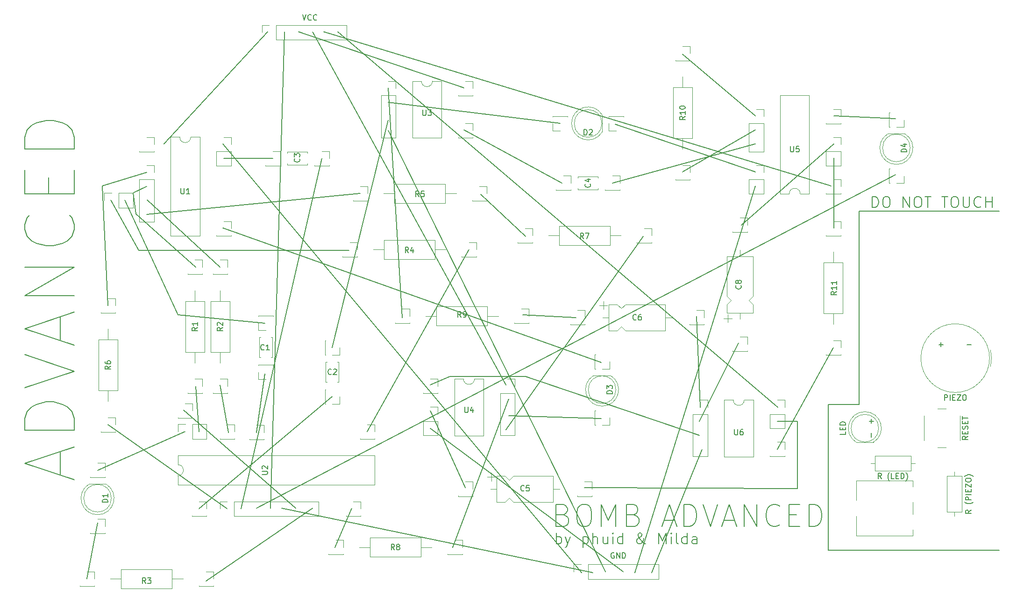
<source format=gbr>
%TF.GenerationSoftware,KiCad,Pcbnew,(6.0.5)*%
%TF.CreationDate,2022-06-11T19:23:14+02:00*%
%TF.ProjectId,advanced,61647661-6e63-4656-942e-6b696361645f,rev?*%
%TF.SameCoordinates,Original*%
%TF.FileFunction,Legend,Top*%
%TF.FilePolarity,Positive*%
%FSLAX46Y46*%
G04 Gerber Fmt 4.6, Leading zero omitted, Abs format (unit mm)*
G04 Created by KiCad (PCBNEW (6.0.5)) date 2022-06-11 19:23:14*
%MOMM*%
%LPD*%
G01*
G04 APERTURE LIST*
%ADD10C,0.150000*%
%ADD11C,0.120000*%
G04 APERTURE END LIST*
D10*
X240284000Y-88900000D02*
X240284000Y-123952000D01*
X196088000Y-73152000D02*
X221488000Y-81788000D01*
X125730000Y-142875000D02*
X104140000Y-127635000D01*
X109728000Y-96012000D02*
X104648000Y-86868000D01*
X218948000Y-91440000D02*
X235712000Y-76708000D01*
X225552000Y-124460000D02*
X145796000Y-56388000D01*
X162560000Y-128270000D02*
X197485000Y-154305000D01*
X133604000Y-142748000D02*
X136144000Y-56388000D01*
X111252000Y-86868000D02*
X124460000Y-99060000D01*
X211836000Y-132080000D02*
X202692000Y-154432000D01*
X171704000Y-85852000D02*
X179832000Y-93472000D01*
X195580000Y-83820000D02*
X221488000Y-76708000D01*
X235204000Y-84328000D02*
X143256000Y-56388000D01*
X138176000Y-142748000D02*
X117856000Y-124968000D01*
X201168000Y-93472000D02*
X176276000Y-128524000D01*
X229108000Y-127000000D02*
X229108000Y-139192000D01*
X116840000Y-107696000D02*
X132588000Y-109220000D01*
X111125000Y-84455000D02*
X108665000Y-85640000D01*
X211328000Y-127000000D02*
X218440000Y-112776000D01*
X246888000Y-82296000D02*
X131064000Y-142748000D01*
X154940000Y-66548000D02*
X157480000Y-108204000D01*
X103124000Y-84328000D02*
X104140000Y-106045000D01*
X147828000Y-96012000D02*
X109728000Y-96012000D01*
X176276000Y-120396000D02*
X141224000Y-56388000D01*
X125984000Y-129032000D02*
X124460000Y-120396000D01*
X240284000Y-88900000D02*
X265684000Y-88900000D01*
X111125000Y-81915000D02*
X103124000Y-84328000D01*
X120015000Y-120650000D02*
X120650000Y-128905000D01*
X208280000Y-60452000D02*
X221488000Y-71628000D01*
X132588000Y-118364000D02*
X131064000Y-129032000D01*
X162560000Y-120396000D02*
X166116000Y-118872000D01*
X235712000Y-71628000D02*
X246888000Y-72136000D01*
X179324000Y-107696000D02*
X188976000Y-108204000D01*
X128270000Y-142875000D02*
X142875000Y-79375000D01*
X149860000Y-85725000D02*
X111125000Y-89535000D01*
X211455000Y-124460000D02*
X210820000Y-107950000D01*
X234696000Y-123952000D02*
X234696000Y-138176000D01*
X193548000Y-116332000D02*
X124968000Y-91948000D01*
X124968000Y-76708000D02*
X189992000Y-154432000D01*
X154940000Y-69215000D02*
X186055000Y-73025000D01*
X225425000Y-127000000D02*
X229108000Y-127000000D01*
X179832000Y-118872000D02*
X211328000Y-129540000D01*
X133096000Y-56388000D02*
X114300000Y-76708000D01*
X107188000Y-86868000D02*
X116840000Y-107696000D01*
X144780000Y-122555000D02*
X120650000Y-142875000D01*
X234696000Y-150368000D02*
X265684000Y-150368000D01*
X154940000Y-72390000D02*
X144780000Y-113665000D01*
X108665000Y-85640000D02*
X109220000Y-89408000D01*
X169545000Y-95885000D02*
X151130000Y-128905000D01*
X166116000Y-118872000D02*
X179832000Y-118872000D01*
X194310000Y-154305000D02*
X154940000Y-74295000D01*
X168910000Y-139065000D02*
X162560000Y-125095000D01*
X141224000Y-142748000D02*
X121920000Y-155956000D01*
X240284000Y-123952000D02*
X234696000Y-123952000D01*
X118110000Y-128905000D02*
X102235000Y-135890000D01*
X176784000Y-125984000D02*
X193548000Y-126492000D01*
X235712000Y-91948000D02*
X235712000Y-79248000D01*
X145288000Y-149860000D02*
X148336000Y-142748000D01*
X221488000Y-84328000D02*
X199644000Y-154432000D01*
X125095000Y-79375000D02*
X133985000Y-79375000D01*
X138684000Y-56388000D02*
X168656000Y-66548000D01*
X166624000Y-149860000D02*
X176784000Y-122936000D01*
X234696000Y-138176000D02*
X234696000Y-150368000D01*
X168656000Y-74168000D02*
X186436000Y-83820000D01*
X109220000Y-89408000D02*
X120015000Y-99060000D01*
X229108000Y-139192000D02*
X190500000Y-139065000D01*
X221488000Y-74168000D02*
X208280000Y-81788000D01*
X235585000Y-113665000D02*
X225425000Y-132080000D01*
X100330000Y-155575000D02*
X102235000Y-145415000D01*
X192024000Y-154432000D02*
X135636000Y-142748000D01*
X185358095Y-149240761D02*
X185358095Y-147240761D01*
X185358095Y-148002666D02*
X185548571Y-147907428D01*
X185929523Y-147907428D01*
X186120000Y-148002666D01*
X186215238Y-148097904D01*
X186310476Y-148288380D01*
X186310476Y-148859809D01*
X186215238Y-149050285D01*
X186120000Y-149145523D01*
X185929523Y-149240761D01*
X185548571Y-149240761D01*
X185358095Y-149145523D01*
X186977142Y-147907428D02*
X187453333Y-149240761D01*
X187929523Y-147907428D02*
X187453333Y-149240761D01*
X187262857Y-149716952D01*
X187167619Y-149812190D01*
X186977142Y-149907428D01*
X190215238Y-147907428D02*
X190215238Y-149907428D01*
X190215238Y-148002666D02*
X190405714Y-147907428D01*
X190786666Y-147907428D01*
X190977142Y-148002666D01*
X191072380Y-148097904D01*
X191167619Y-148288380D01*
X191167619Y-148859809D01*
X191072380Y-149050285D01*
X190977142Y-149145523D01*
X190786666Y-149240761D01*
X190405714Y-149240761D01*
X190215238Y-149145523D01*
X192024761Y-149240761D02*
X192024761Y-147240761D01*
X192881904Y-149240761D02*
X192881904Y-148193142D01*
X192786666Y-148002666D01*
X192596190Y-147907428D01*
X192310476Y-147907428D01*
X192120000Y-148002666D01*
X192024761Y-148097904D01*
X194691428Y-147907428D02*
X194691428Y-149240761D01*
X193834285Y-147907428D02*
X193834285Y-148955047D01*
X193929523Y-149145523D01*
X194120000Y-149240761D01*
X194405714Y-149240761D01*
X194596190Y-149145523D01*
X194691428Y-149050285D01*
X195643809Y-149240761D02*
X195643809Y-147907428D01*
X195643809Y-147240761D02*
X195548571Y-147336000D01*
X195643809Y-147431238D01*
X195739047Y-147336000D01*
X195643809Y-147240761D01*
X195643809Y-147431238D01*
X197453333Y-149240761D02*
X197453333Y-147240761D01*
X197453333Y-149145523D02*
X197262857Y-149240761D01*
X196881904Y-149240761D01*
X196691428Y-149145523D01*
X196596190Y-149050285D01*
X196500952Y-148859809D01*
X196500952Y-148288380D01*
X196596190Y-148097904D01*
X196691428Y-148002666D01*
X196881904Y-147907428D01*
X197262857Y-147907428D01*
X197453333Y-148002666D01*
X201548571Y-149240761D02*
X201453333Y-149240761D01*
X201262857Y-149145523D01*
X200977142Y-148859809D01*
X200500952Y-148288380D01*
X200310476Y-148002666D01*
X200215238Y-147716952D01*
X200215238Y-147526476D01*
X200310476Y-147336000D01*
X200500952Y-147240761D01*
X200596190Y-147240761D01*
X200786666Y-147336000D01*
X200881904Y-147526476D01*
X200881904Y-147621714D01*
X200786666Y-147812190D01*
X200691428Y-147907428D01*
X200120000Y-148288380D01*
X200024761Y-148383619D01*
X199929523Y-148574095D01*
X199929523Y-148859809D01*
X200024761Y-149050285D01*
X200120000Y-149145523D01*
X200310476Y-149240761D01*
X200596190Y-149240761D01*
X200786666Y-149145523D01*
X200881904Y-149050285D01*
X201167619Y-148669333D01*
X201262857Y-148383619D01*
X201262857Y-148193142D01*
X203929523Y-149240761D02*
X203929523Y-147240761D01*
X204596190Y-148669333D01*
X205262857Y-147240761D01*
X205262857Y-149240761D01*
X206215238Y-149240761D02*
X206215238Y-147907428D01*
X206215238Y-147240761D02*
X206120000Y-147336000D01*
X206215238Y-147431238D01*
X206310476Y-147336000D01*
X206215238Y-147240761D01*
X206215238Y-147431238D01*
X207453333Y-149240761D02*
X207262857Y-149145523D01*
X207167619Y-148955047D01*
X207167619Y-147240761D01*
X209072380Y-149240761D02*
X209072380Y-147240761D01*
X209072380Y-149145523D02*
X208881904Y-149240761D01*
X208500952Y-149240761D01*
X208310476Y-149145523D01*
X208215238Y-149050285D01*
X208120000Y-148859809D01*
X208120000Y-148288380D01*
X208215238Y-148097904D01*
X208310476Y-148002666D01*
X208500952Y-147907428D01*
X208881904Y-147907428D01*
X209072380Y-148002666D01*
X210881904Y-149240761D02*
X210881904Y-148193142D01*
X210786666Y-148002666D01*
X210596190Y-147907428D01*
X210215238Y-147907428D01*
X210024761Y-148002666D01*
X210881904Y-149145523D02*
X210691428Y-149240761D01*
X210215238Y-149240761D01*
X210024761Y-149145523D01*
X209929523Y-148955047D01*
X209929523Y-148764571D01*
X210024761Y-148574095D01*
X210215238Y-148478857D01*
X210691428Y-148478857D01*
X210881904Y-148383619D01*
X242498571Y-129159047D02*
X242498571Y-129920952D01*
X95480000Y-136790857D02*
X95480000Y-132505142D01*
X98051428Y-137648000D02*
X89051428Y-134648000D01*
X98051428Y-131648000D01*
X98051428Y-128648000D02*
X89051428Y-128648000D01*
X89051428Y-126505142D01*
X89480000Y-125219428D01*
X90337142Y-124362285D01*
X91194285Y-123933714D01*
X92908571Y-123505142D01*
X94194285Y-123505142D01*
X95908571Y-123933714D01*
X96765714Y-124362285D01*
X97622857Y-125219428D01*
X98051428Y-126505142D01*
X98051428Y-128648000D01*
X89051428Y-120933714D02*
X98051428Y-117933714D01*
X89051428Y-114933714D01*
X95480000Y-112362285D02*
X95480000Y-108076571D01*
X98051428Y-113219428D02*
X89051428Y-110219428D01*
X98051428Y-107219428D01*
X98051428Y-104219428D02*
X89051428Y-104219428D01*
X98051428Y-99076571D01*
X89051428Y-99076571D01*
X97194285Y-89648000D02*
X97622857Y-90076571D01*
X98051428Y-91362285D01*
X98051428Y-92219428D01*
X97622857Y-93505142D01*
X96765714Y-94362285D01*
X95908571Y-94790857D01*
X94194285Y-95219428D01*
X92908571Y-95219428D01*
X91194285Y-94790857D01*
X90337142Y-94362285D01*
X89480000Y-93505142D01*
X89051428Y-92219428D01*
X89051428Y-91362285D01*
X89480000Y-90076571D01*
X89908571Y-89648000D01*
X93337142Y-85790857D02*
X93337142Y-82790857D01*
X98051428Y-81505142D02*
X98051428Y-85790857D01*
X89051428Y-85790857D01*
X89051428Y-81505142D01*
X98051428Y-77648000D02*
X89051428Y-77648000D01*
X89051428Y-75505142D01*
X89480000Y-74219428D01*
X90337142Y-73362285D01*
X91194285Y-72933714D01*
X92908571Y-72505142D01*
X94194285Y-72505142D01*
X95908571Y-72933714D01*
X96765714Y-73362285D01*
X97622857Y-74219428D01*
X98051428Y-75505142D01*
X98051428Y-77648000D01*
X186629333Y-143986285D02*
X187200761Y-144176761D01*
X187391238Y-144367238D01*
X187581714Y-144748190D01*
X187581714Y-145319619D01*
X187391238Y-145700571D01*
X187200761Y-145891047D01*
X186819809Y-146081523D01*
X185296000Y-146081523D01*
X185296000Y-142081523D01*
X186629333Y-142081523D01*
X187010285Y-142272000D01*
X187200761Y-142462476D01*
X187391238Y-142843428D01*
X187391238Y-143224380D01*
X187200761Y-143605333D01*
X187010285Y-143795809D01*
X186629333Y-143986285D01*
X185296000Y-143986285D01*
X190057904Y-142081523D02*
X190819809Y-142081523D01*
X191200761Y-142272000D01*
X191581714Y-142652952D01*
X191772190Y-143414857D01*
X191772190Y-144748190D01*
X191581714Y-145510095D01*
X191200761Y-145891047D01*
X190819809Y-146081523D01*
X190057904Y-146081523D01*
X189676952Y-145891047D01*
X189296000Y-145510095D01*
X189105523Y-144748190D01*
X189105523Y-143414857D01*
X189296000Y-142652952D01*
X189676952Y-142272000D01*
X190057904Y-142081523D01*
X193486476Y-146081523D02*
X193486476Y-142081523D01*
X194819809Y-144938666D01*
X196153142Y-142081523D01*
X196153142Y-146081523D01*
X199391238Y-143986285D02*
X199962666Y-144176761D01*
X200153142Y-144367238D01*
X200343619Y-144748190D01*
X200343619Y-145319619D01*
X200153142Y-145700571D01*
X199962666Y-145891047D01*
X199581714Y-146081523D01*
X198057904Y-146081523D01*
X198057904Y-142081523D01*
X199391238Y-142081523D01*
X199772190Y-142272000D01*
X199962666Y-142462476D01*
X200153142Y-142843428D01*
X200153142Y-143224380D01*
X199962666Y-143605333D01*
X199772190Y-143795809D01*
X199391238Y-143986285D01*
X198057904Y-143986285D01*
X204915047Y-144938666D02*
X206819809Y-144938666D01*
X204534095Y-146081523D02*
X205867428Y-142081523D01*
X207200761Y-146081523D01*
X208534095Y-146081523D02*
X208534095Y-142081523D01*
X209486476Y-142081523D01*
X210057904Y-142272000D01*
X210438857Y-142652952D01*
X210629333Y-143033904D01*
X210819809Y-143795809D01*
X210819809Y-144367238D01*
X210629333Y-145129142D01*
X210438857Y-145510095D01*
X210057904Y-145891047D01*
X209486476Y-146081523D01*
X208534095Y-146081523D01*
X211962666Y-142081523D02*
X213296000Y-146081523D01*
X214629333Y-142081523D01*
X215772190Y-144938666D02*
X217676952Y-144938666D01*
X215391238Y-146081523D02*
X216724571Y-142081523D01*
X218057904Y-146081523D01*
X219391238Y-146081523D02*
X219391238Y-142081523D01*
X221676952Y-146081523D01*
X221676952Y-142081523D01*
X225867428Y-145700571D02*
X225676952Y-145891047D01*
X225105523Y-146081523D01*
X224724571Y-146081523D01*
X224153142Y-145891047D01*
X223772190Y-145510095D01*
X223581714Y-145129142D01*
X223391238Y-144367238D01*
X223391238Y-143795809D01*
X223581714Y-143033904D01*
X223772190Y-142652952D01*
X224153142Y-142272000D01*
X224724571Y-142081523D01*
X225105523Y-142081523D01*
X225676952Y-142272000D01*
X225867428Y-142462476D01*
X227581714Y-143986285D02*
X228915047Y-143986285D01*
X229486476Y-146081523D02*
X227581714Y-146081523D01*
X227581714Y-142081523D01*
X229486476Y-142081523D01*
X231200761Y-146081523D02*
X231200761Y-142081523D01*
X232153142Y-142081523D01*
X232724571Y-142272000D01*
X233105523Y-142652952D01*
X233296000Y-143033904D01*
X233486476Y-143795809D01*
X233486476Y-144367238D01*
X233296000Y-145129142D01*
X233105523Y-145510095D01*
X232724571Y-145891047D01*
X232153142Y-146081523D01*
X231200761Y-146081523D01*
X254719832Y-113101428D02*
X255481737Y-113101428D01*
X255100785Y-113482380D02*
X255100785Y-112720476D01*
X195834095Y-150884000D02*
X195738857Y-150836380D01*
X195596000Y-150836380D01*
X195453142Y-150884000D01*
X195357904Y-150979238D01*
X195310285Y-151074476D01*
X195262666Y-151264952D01*
X195262666Y-151407809D01*
X195310285Y-151598285D01*
X195357904Y-151693523D01*
X195453142Y-151788761D01*
X195596000Y-151836380D01*
X195691238Y-151836380D01*
X195834095Y-151788761D01*
X195881714Y-151741142D01*
X195881714Y-151407809D01*
X195691238Y-151407809D01*
X196310285Y-151836380D02*
X196310285Y-150836380D01*
X196881714Y-151836380D01*
X196881714Y-150836380D01*
X197357904Y-151836380D02*
X197357904Y-150836380D01*
X197596000Y-150836380D01*
X197738857Y-150884000D01*
X197834095Y-150979238D01*
X197881714Y-151074476D01*
X197929333Y-151264952D01*
X197929333Y-151407809D01*
X197881714Y-151598285D01*
X197834095Y-151693523D01*
X197738857Y-151788761D01*
X197596000Y-151836380D01*
X197357904Y-151836380D01*
X242498571Y-126619047D02*
X242498571Y-127380952D01*
X242117619Y-127000000D02*
X242879523Y-127000000D01*
X139382666Y-53300380D02*
X139716000Y-54300380D01*
X140049333Y-53300380D01*
X140954095Y-54205142D02*
X140906476Y-54252761D01*
X140763619Y-54300380D01*
X140668380Y-54300380D01*
X140525523Y-54252761D01*
X140430285Y-54157523D01*
X140382666Y-54062285D01*
X140335047Y-53871809D01*
X140335047Y-53728952D01*
X140382666Y-53538476D01*
X140430285Y-53443238D01*
X140525523Y-53348000D01*
X140668380Y-53300380D01*
X140763619Y-53300380D01*
X140906476Y-53348000D01*
X140954095Y-53395619D01*
X141954095Y-54205142D02*
X141906476Y-54252761D01*
X141763619Y-54300380D01*
X141668380Y-54300380D01*
X141525523Y-54252761D01*
X141430285Y-54157523D01*
X141382666Y-54062285D01*
X141335047Y-53871809D01*
X141335047Y-53728952D01*
X141382666Y-53538476D01*
X141430285Y-53443238D01*
X141525523Y-53348000D01*
X141668380Y-53300380D01*
X141763619Y-53300380D01*
X141906476Y-53348000D01*
X141954095Y-53395619D01*
X242634857Y-88280761D02*
X242634857Y-86280761D01*
X243111047Y-86280761D01*
X243396761Y-86376000D01*
X243587238Y-86566476D01*
X243682476Y-86756952D01*
X243777714Y-87137904D01*
X243777714Y-87423619D01*
X243682476Y-87804571D01*
X243587238Y-87995047D01*
X243396761Y-88185523D01*
X243111047Y-88280761D01*
X242634857Y-88280761D01*
X245015809Y-86280761D02*
X245396761Y-86280761D01*
X245587238Y-86376000D01*
X245777714Y-86566476D01*
X245872952Y-86947428D01*
X245872952Y-87614095D01*
X245777714Y-87995047D01*
X245587238Y-88185523D01*
X245396761Y-88280761D01*
X245015809Y-88280761D01*
X244825333Y-88185523D01*
X244634857Y-87995047D01*
X244539619Y-87614095D01*
X244539619Y-86947428D01*
X244634857Y-86566476D01*
X244825333Y-86376000D01*
X245015809Y-86280761D01*
X248253904Y-88280761D02*
X248253904Y-86280761D01*
X249396761Y-88280761D01*
X249396761Y-86280761D01*
X250730095Y-86280761D02*
X251111047Y-86280761D01*
X251301523Y-86376000D01*
X251492000Y-86566476D01*
X251587238Y-86947428D01*
X251587238Y-87614095D01*
X251492000Y-87995047D01*
X251301523Y-88185523D01*
X251111047Y-88280761D01*
X250730095Y-88280761D01*
X250539619Y-88185523D01*
X250349142Y-87995047D01*
X250253904Y-87614095D01*
X250253904Y-86947428D01*
X250349142Y-86566476D01*
X250539619Y-86376000D01*
X250730095Y-86280761D01*
X252158666Y-86280761D02*
X253301523Y-86280761D01*
X252730095Y-88280761D02*
X252730095Y-86280761D01*
X255206285Y-86280761D02*
X256349142Y-86280761D01*
X255777714Y-88280761D02*
X255777714Y-86280761D01*
X257396761Y-86280761D02*
X257777714Y-86280761D01*
X257968190Y-86376000D01*
X258158666Y-86566476D01*
X258253904Y-86947428D01*
X258253904Y-87614095D01*
X258158666Y-87995047D01*
X257968190Y-88185523D01*
X257777714Y-88280761D01*
X257396761Y-88280761D01*
X257206285Y-88185523D01*
X257015809Y-87995047D01*
X256920571Y-87614095D01*
X256920571Y-86947428D01*
X257015809Y-86566476D01*
X257206285Y-86376000D01*
X257396761Y-86280761D01*
X259111047Y-86280761D02*
X259111047Y-87899809D01*
X259206285Y-88090285D01*
X259301523Y-88185523D01*
X259492000Y-88280761D01*
X259872952Y-88280761D01*
X260063428Y-88185523D01*
X260158666Y-88090285D01*
X260253904Y-87899809D01*
X260253904Y-86280761D01*
X262349142Y-88090285D02*
X262253904Y-88185523D01*
X261968190Y-88280761D01*
X261777714Y-88280761D01*
X261492000Y-88185523D01*
X261301523Y-87995047D01*
X261206285Y-87804571D01*
X261111047Y-87423619D01*
X261111047Y-87137904D01*
X261206285Y-86756952D01*
X261301523Y-86566476D01*
X261492000Y-86376000D01*
X261777714Y-86280761D01*
X261968190Y-86280761D01*
X262253904Y-86376000D01*
X262349142Y-86471238D01*
X263206285Y-88280761D02*
X263206285Y-86280761D01*
X263206285Y-87233142D02*
X264349142Y-87233142D01*
X264349142Y-88280761D02*
X264349142Y-86280761D01*
X259799832Y-113101428D02*
X260561737Y-113101428D01*
%TO.C, *%
%TO.C,R1*%
X120340380Y-110021666D02*
X119864190Y-110355000D01*
X120340380Y-110593095D02*
X119340380Y-110593095D01*
X119340380Y-110212142D01*
X119388000Y-110116904D01*
X119435619Y-110069285D01*
X119530857Y-110021666D01*
X119673714Y-110021666D01*
X119768952Y-110069285D01*
X119816571Y-110116904D01*
X119864190Y-110212142D01*
X119864190Y-110593095D01*
X120340380Y-109069285D02*
X120340380Y-109640714D01*
X120340380Y-109355000D02*
X119340380Y-109355000D01*
X119483238Y-109450238D01*
X119578476Y-109545476D01*
X119626095Y-109640714D01*
%TO.C, *%
%TO.C,U3*%
X161173095Y-70572380D02*
X161173095Y-71381904D01*
X161220714Y-71477142D01*
X161268333Y-71524761D01*
X161363571Y-71572380D01*
X161554047Y-71572380D01*
X161649285Y-71524761D01*
X161696904Y-71477142D01*
X161744523Y-71381904D01*
X161744523Y-70572380D01*
X162125476Y-70572380D02*
X162744523Y-70572380D01*
X162411190Y-70953333D01*
X162554047Y-70953333D01*
X162649285Y-71000952D01*
X162696904Y-71048571D01*
X162744523Y-71143809D01*
X162744523Y-71381904D01*
X162696904Y-71477142D01*
X162649285Y-71524761D01*
X162554047Y-71572380D01*
X162268333Y-71572380D01*
X162173095Y-71524761D01*
X162125476Y-71477142D01*
%TO.C,R9*%
X168108333Y-108148380D02*
X167775000Y-107672190D01*
X167536904Y-108148380D02*
X167536904Y-107148380D01*
X167917857Y-107148380D01*
X168013095Y-107196000D01*
X168060714Y-107243619D01*
X168108333Y-107338857D01*
X168108333Y-107481714D01*
X168060714Y-107576952D01*
X168013095Y-107624571D01*
X167917857Y-107672190D01*
X167536904Y-107672190D01*
X168584523Y-108148380D02*
X168775000Y-108148380D01*
X168870238Y-108100761D01*
X168917857Y-108053142D01*
X169013095Y-107910285D01*
X169060714Y-107719809D01*
X169060714Y-107338857D01*
X169013095Y-107243619D01*
X168965476Y-107196000D01*
X168870238Y-107148380D01*
X168679761Y-107148380D01*
X168584523Y-107196000D01*
X168536904Y-107243619D01*
X168489285Y-107338857D01*
X168489285Y-107576952D01*
X168536904Y-107672190D01*
X168584523Y-107719809D01*
X168679761Y-107767428D01*
X168870238Y-107767428D01*
X168965476Y-107719809D01*
X169013095Y-107672190D01*
X169060714Y-107576952D01*
%TO.C, *%
%TO.C,RESET*%
X259972380Y-129722380D02*
X259496190Y-130055714D01*
X259972380Y-130293809D02*
X258972380Y-130293809D01*
X258972380Y-129912857D01*
X259020000Y-129817619D01*
X259067619Y-129770000D01*
X259162857Y-129722380D01*
X259305714Y-129722380D01*
X259400952Y-129770000D01*
X259448571Y-129817619D01*
X259496190Y-129912857D01*
X259496190Y-130293809D01*
X259448571Y-129293809D02*
X259448571Y-128960476D01*
X259972380Y-128817619D02*
X259972380Y-129293809D01*
X258972380Y-129293809D01*
X258972380Y-128817619D01*
X259924761Y-128436666D02*
X259972380Y-128293809D01*
X259972380Y-128055714D01*
X259924761Y-127960476D01*
X259877142Y-127912857D01*
X259781904Y-127865238D01*
X259686666Y-127865238D01*
X259591428Y-127912857D01*
X259543809Y-127960476D01*
X259496190Y-128055714D01*
X259448571Y-128246190D01*
X259400952Y-128341428D01*
X259353333Y-128389047D01*
X259258095Y-128436666D01*
X259162857Y-128436666D01*
X259067619Y-128389047D01*
X259020000Y-128341428D01*
X258972380Y-128246190D01*
X258972380Y-128008095D01*
X259020000Y-127865238D01*
X259448571Y-127436666D02*
X259448571Y-127103333D01*
X259972380Y-126960476D02*
X259972380Y-127436666D01*
X258972380Y-127436666D01*
X258972380Y-126960476D01*
X258972380Y-126674761D02*
X258972380Y-126103333D01*
X259972380Y-126389047D02*
X258972380Y-126389047D01*
%TO.C,C6*%
X199858333Y-108561142D02*
X199810714Y-108608761D01*
X199667857Y-108656380D01*
X199572619Y-108656380D01*
X199429761Y-108608761D01*
X199334523Y-108513523D01*
X199286904Y-108418285D01*
X199239285Y-108227809D01*
X199239285Y-108084952D01*
X199286904Y-107894476D01*
X199334523Y-107799238D01*
X199429761Y-107704000D01*
X199572619Y-107656380D01*
X199667857Y-107656380D01*
X199810714Y-107704000D01*
X199858333Y-107751619D01*
X200715476Y-107656380D02*
X200525000Y-107656380D01*
X200429761Y-107704000D01*
X200382142Y-107751619D01*
X200286904Y-107894476D01*
X200239285Y-108084952D01*
X200239285Y-108465904D01*
X200286904Y-108561142D01*
X200334523Y-108608761D01*
X200429761Y-108656380D01*
X200620238Y-108656380D01*
X200715476Y-108608761D01*
X200763095Y-108561142D01*
X200810714Y-108465904D01*
X200810714Y-108227809D01*
X200763095Y-108132571D01*
X200715476Y-108084952D01*
X200620238Y-108037333D01*
X200429761Y-108037333D01*
X200334523Y-108084952D01*
X200286904Y-108132571D01*
X200239285Y-108227809D01*
%TO.C, *%
%TO.C,LED*%
X237792380Y-128912857D02*
X237792380Y-129389047D01*
X236792380Y-129389047D01*
X237268571Y-128579523D02*
X237268571Y-128246190D01*
X237792380Y-128103333D02*
X237792380Y-128579523D01*
X236792380Y-128579523D01*
X236792380Y-128103333D01*
X237792380Y-127674761D02*
X236792380Y-127674761D01*
X236792380Y-127436666D01*
X236840000Y-127293809D01*
X236935238Y-127198571D01*
X237030476Y-127150952D01*
X237220952Y-127103333D01*
X237363809Y-127103333D01*
X237554285Y-127150952D01*
X237649523Y-127198571D01*
X237744761Y-127293809D01*
X237792380Y-127436666D01*
X237792380Y-127674761D01*
%TO.C, *%
%TO.C,U5*%
X227828095Y-77176380D02*
X227828095Y-77985904D01*
X227875714Y-78081142D01*
X227923333Y-78128761D01*
X228018571Y-78176380D01*
X228209047Y-78176380D01*
X228304285Y-78128761D01*
X228351904Y-78081142D01*
X228399523Y-77985904D01*
X228399523Y-77176380D01*
X229351904Y-77176380D02*
X228875714Y-77176380D01*
X228828095Y-77652571D01*
X228875714Y-77604952D01*
X228970952Y-77557333D01*
X229209047Y-77557333D01*
X229304285Y-77604952D01*
X229351904Y-77652571D01*
X229399523Y-77747809D01*
X229399523Y-77985904D01*
X229351904Y-78081142D01*
X229304285Y-78128761D01*
X229209047Y-78176380D01*
X228970952Y-78176380D01*
X228875714Y-78128761D01*
X228828095Y-78081142D01*
%TO.C,R3*%
X110958333Y-156408380D02*
X110625000Y-155932190D01*
X110386904Y-156408380D02*
X110386904Y-155408380D01*
X110767857Y-155408380D01*
X110863095Y-155456000D01*
X110910714Y-155503619D01*
X110958333Y-155598857D01*
X110958333Y-155741714D01*
X110910714Y-155836952D01*
X110863095Y-155884571D01*
X110767857Y-155932190D01*
X110386904Y-155932190D01*
X111291666Y-155408380D02*
X111910714Y-155408380D01*
X111577380Y-155789333D01*
X111720238Y-155789333D01*
X111815476Y-155836952D01*
X111863095Y-155884571D01*
X111910714Y-155979809D01*
X111910714Y-156217904D01*
X111863095Y-156313142D01*
X111815476Y-156360761D01*
X111720238Y-156408380D01*
X111434523Y-156408380D01*
X111339285Y-156360761D01*
X111291666Y-156313142D01*
%TO.C, *%
%TO.C,C8*%
X218797142Y-102401666D02*
X218844761Y-102449285D01*
X218892380Y-102592142D01*
X218892380Y-102687380D01*
X218844761Y-102830238D01*
X218749523Y-102925476D01*
X218654285Y-102973095D01*
X218463809Y-103020714D01*
X218320952Y-103020714D01*
X218130476Y-102973095D01*
X218035238Y-102925476D01*
X217940000Y-102830238D01*
X217892380Y-102687380D01*
X217892380Y-102592142D01*
X217940000Y-102449285D01*
X217987619Y-102401666D01*
X218320952Y-101830238D02*
X218273333Y-101925476D01*
X218225714Y-101973095D01*
X218130476Y-102020714D01*
X218082857Y-102020714D01*
X217987619Y-101973095D01*
X217940000Y-101925476D01*
X217892380Y-101830238D01*
X217892380Y-101639761D01*
X217940000Y-101544523D01*
X217987619Y-101496904D01*
X218082857Y-101449285D01*
X218130476Y-101449285D01*
X218225714Y-101496904D01*
X218273333Y-101544523D01*
X218320952Y-101639761D01*
X218320952Y-101830238D01*
X218368571Y-101925476D01*
X218416190Y-101973095D01*
X218511428Y-102020714D01*
X218701904Y-102020714D01*
X218797142Y-101973095D01*
X218844761Y-101925476D01*
X218892380Y-101830238D01*
X218892380Y-101639761D01*
X218844761Y-101544523D01*
X218797142Y-101496904D01*
X218701904Y-101449285D01*
X218511428Y-101449285D01*
X218416190Y-101496904D01*
X218368571Y-101544523D01*
X218320952Y-101639761D01*
%TO.C, *%
%TO.C,R7*%
X190333333Y-93924380D02*
X190000000Y-93448190D01*
X189761904Y-93924380D02*
X189761904Y-92924380D01*
X190142857Y-92924380D01*
X190238095Y-92972000D01*
X190285714Y-93019619D01*
X190333333Y-93114857D01*
X190333333Y-93257714D01*
X190285714Y-93352952D01*
X190238095Y-93400571D01*
X190142857Y-93448190D01*
X189761904Y-93448190D01*
X190666666Y-92924380D02*
X191333333Y-92924380D01*
X190904761Y-93924380D01*
%TO.C, *%
%TO.C,U2*%
X132040380Y-136641904D02*
X132849904Y-136641904D01*
X132945142Y-136594285D01*
X132992761Y-136546666D01*
X133040380Y-136451428D01*
X133040380Y-136260952D01*
X132992761Y-136165714D01*
X132945142Y-136118095D01*
X132849904Y-136070476D01*
X132040380Y-136070476D01*
X132135619Y-135641904D02*
X132088000Y-135594285D01*
X132040380Y-135499047D01*
X132040380Y-135260952D01*
X132088000Y-135165714D01*
X132135619Y-135118095D01*
X132230857Y-135070476D01*
X132326095Y-135070476D01*
X132468952Y-135118095D01*
X133040380Y-135689523D01*
X133040380Y-135070476D01*
%TO.C, *%
%TO.C,D3*%
X195524380Y-122023094D02*
X194524380Y-122023094D01*
X194524380Y-121784999D01*
X194572000Y-121642141D01*
X194667238Y-121546903D01*
X194762476Y-121499284D01*
X194952952Y-121451665D01*
X195095809Y-121451665D01*
X195286285Y-121499284D01*
X195381523Y-121546903D01*
X195476761Y-121642141D01*
X195524380Y-121784999D01*
X195524380Y-122023094D01*
X194524380Y-121118332D02*
X194524380Y-120499284D01*
X194905333Y-120832618D01*
X194905333Y-120689760D01*
X194952952Y-120594522D01*
X195000571Y-120546903D01*
X195095809Y-120499284D01*
X195333904Y-120499284D01*
X195429142Y-120546903D01*
X195476761Y-120594522D01*
X195524380Y-120689760D01*
X195524380Y-120975475D01*
X195476761Y-121070713D01*
X195429142Y-121118332D01*
%TO.C, *%
%TO.C,R4*%
X158583333Y-96464380D02*
X158250000Y-95988190D01*
X158011904Y-96464380D02*
X158011904Y-95464380D01*
X158392857Y-95464380D01*
X158488095Y-95512000D01*
X158535714Y-95559619D01*
X158583333Y-95654857D01*
X158583333Y-95797714D01*
X158535714Y-95892952D01*
X158488095Y-95940571D01*
X158392857Y-95988190D01*
X158011904Y-95988190D01*
X159440476Y-95797714D02*
X159440476Y-96464380D01*
X159202380Y-95416761D02*
X158964285Y-96131047D01*
X159583333Y-96131047D01*
%TO.C, *%
%TO.C,C1*%
X132421333Y-114002142D02*
X132373714Y-114049761D01*
X132230857Y-114097380D01*
X132135619Y-114097380D01*
X131992761Y-114049761D01*
X131897523Y-113954523D01*
X131849904Y-113859285D01*
X131802285Y-113668809D01*
X131802285Y-113525952D01*
X131849904Y-113335476D01*
X131897523Y-113240238D01*
X131992761Y-113145000D01*
X132135619Y-113097380D01*
X132230857Y-113097380D01*
X132373714Y-113145000D01*
X132421333Y-113192619D01*
X133373714Y-114097380D02*
X132802285Y-114097380D01*
X133088000Y-114097380D02*
X133088000Y-113097380D01*
X132992761Y-113240238D01*
X132897523Y-113335476D01*
X132802285Y-113383095D01*
%TO.C, *%
%TO.C,C2*%
X144613333Y-118447142D02*
X144565714Y-118494761D01*
X144422857Y-118542380D01*
X144327619Y-118542380D01*
X144184761Y-118494761D01*
X144089523Y-118399523D01*
X144041904Y-118304285D01*
X143994285Y-118113809D01*
X143994285Y-117970952D01*
X144041904Y-117780476D01*
X144089523Y-117685238D01*
X144184761Y-117590000D01*
X144327619Y-117542380D01*
X144422857Y-117542380D01*
X144565714Y-117590000D01*
X144613333Y-117637619D01*
X144994285Y-117637619D02*
X145041904Y-117590000D01*
X145137142Y-117542380D01*
X145375238Y-117542380D01*
X145470476Y-117590000D01*
X145518095Y-117637619D01*
X145565714Y-117732857D01*
X145565714Y-117828095D01*
X145518095Y-117970952D01*
X144946666Y-118542380D01*
X145565714Y-118542380D01*
%TO.C,C4*%
X191492142Y-83986666D02*
X191539761Y-84034285D01*
X191587380Y-84177142D01*
X191587380Y-84272380D01*
X191539761Y-84415238D01*
X191444523Y-84510476D01*
X191349285Y-84558095D01*
X191158809Y-84605714D01*
X191015952Y-84605714D01*
X190825476Y-84558095D01*
X190730238Y-84510476D01*
X190635000Y-84415238D01*
X190587380Y-84272380D01*
X190587380Y-84177142D01*
X190635000Y-84034285D01*
X190682619Y-83986666D01*
X190920714Y-83129523D02*
X191587380Y-83129523D01*
X190539761Y-83367619D02*
X191254047Y-83605714D01*
X191254047Y-82986666D01*
%TO.C, *%
%TO.C,R (LED)*%
X244284761Y-137442380D02*
X243951428Y-136966190D01*
X243713333Y-137442380D02*
X243713333Y-136442380D01*
X244094285Y-136442380D01*
X244189523Y-136490000D01*
X244237142Y-136537619D01*
X244284761Y-136632857D01*
X244284761Y-136775714D01*
X244237142Y-136870952D01*
X244189523Y-136918571D01*
X244094285Y-136966190D01*
X243713333Y-136966190D01*
X245760952Y-137823333D02*
X245713333Y-137775714D01*
X245618095Y-137632857D01*
X245570476Y-137537619D01*
X245522857Y-137394761D01*
X245475238Y-137156666D01*
X245475238Y-136966190D01*
X245522857Y-136728095D01*
X245570476Y-136585238D01*
X245618095Y-136490000D01*
X245713333Y-136347142D01*
X245760952Y-136299523D01*
X246618095Y-137442380D02*
X246141904Y-137442380D01*
X246141904Y-136442380D01*
X246951428Y-136918571D02*
X247284761Y-136918571D01*
X247427619Y-137442380D02*
X246951428Y-137442380D01*
X246951428Y-136442380D01*
X247427619Y-136442380D01*
X247856190Y-137442380D02*
X247856190Y-136442380D01*
X248094285Y-136442380D01*
X248237142Y-136490000D01*
X248332380Y-136585238D01*
X248380000Y-136680476D01*
X248427619Y-136870952D01*
X248427619Y-137013809D01*
X248380000Y-137204285D01*
X248332380Y-137299523D01*
X248237142Y-137394761D01*
X248094285Y-137442380D01*
X247856190Y-137442380D01*
X248760952Y-137823333D02*
X248808571Y-137775714D01*
X248903809Y-137632857D01*
X248951428Y-137537619D01*
X248999047Y-137394761D01*
X249046666Y-137156666D01*
X249046666Y-136966190D01*
X248999047Y-136728095D01*
X248951428Y-136585238D01*
X248903809Y-136490000D01*
X248808571Y-136347142D01*
X248760952Y-136299523D01*
%TO.C, *%
%TO.C,D4*%
X248864380Y-78208095D02*
X247864380Y-78208095D01*
X247864380Y-77970000D01*
X247912000Y-77827142D01*
X248007238Y-77731904D01*
X248102476Y-77684285D01*
X248292952Y-77636666D01*
X248435809Y-77636666D01*
X248626285Y-77684285D01*
X248721523Y-77731904D01*
X248816761Y-77827142D01*
X248864380Y-77970000D01*
X248864380Y-78208095D01*
X248197714Y-76779523D02*
X248864380Y-76779523D01*
X247816761Y-77017619D02*
X248531047Y-77255714D01*
X248531047Y-76636666D01*
%TO.C, *%
%TO.C,D2*%
X190396905Y-75128380D02*
X190396905Y-74128380D01*
X190635001Y-74128380D01*
X190777858Y-74176000D01*
X190873096Y-74271238D01*
X190920715Y-74366476D01*
X190968334Y-74556952D01*
X190968334Y-74699809D01*
X190920715Y-74890285D01*
X190873096Y-74985523D01*
X190777858Y-75080761D01*
X190635001Y-75128380D01*
X190396905Y-75128380D01*
X191349286Y-74223619D02*
X191396905Y-74176000D01*
X191492143Y-74128380D01*
X191730239Y-74128380D01*
X191825477Y-74176000D01*
X191873096Y-74223619D01*
X191920715Y-74318857D01*
X191920715Y-74414095D01*
X191873096Y-74556952D01*
X191301667Y-75128380D01*
X191920715Y-75128380D01*
%TO.C,R11*%
X236164380Y-103512857D02*
X235688190Y-103846190D01*
X236164380Y-104084285D02*
X235164380Y-104084285D01*
X235164380Y-103703333D01*
X235212000Y-103608095D01*
X235259619Y-103560476D01*
X235354857Y-103512857D01*
X235497714Y-103512857D01*
X235592952Y-103560476D01*
X235640571Y-103608095D01*
X235688190Y-103703333D01*
X235688190Y-104084285D01*
X236164380Y-102560476D02*
X236164380Y-103131904D01*
X236164380Y-102846190D02*
X235164380Y-102846190D01*
X235307238Y-102941428D01*
X235402476Y-103036666D01*
X235450095Y-103131904D01*
X236164380Y-101608095D02*
X236164380Y-102179523D01*
X236164380Y-101893809D02*
X235164380Y-101893809D01*
X235307238Y-101989047D01*
X235402476Y-102084285D01*
X235450095Y-102179523D01*
%TO.C, *%
%TO.C,U6*%
X217688095Y-128484380D02*
X217688095Y-129293904D01*
X217735714Y-129389142D01*
X217783333Y-129436761D01*
X217878571Y-129484380D01*
X218069047Y-129484380D01*
X218164285Y-129436761D01*
X218211904Y-129389142D01*
X218259523Y-129293904D01*
X218259523Y-128484380D01*
X219164285Y-128484380D02*
X218973809Y-128484380D01*
X218878571Y-128532000D01*
X218830952Y-128579619D01*
X218735714Y-128722476D01*
X218688095Y-128912952D01*
X218688095Y-129293904D01*
X218735714Y-129389142D01*
X218783333Y-129436761D01*
X218878571Y-129484380D01*
X219069047Y-129484380D01*
X219164285Y-129436761D01*
X219211904Y-129389142D01*
X219259523Y-129293904D01*
X219259523Y-129055809D01*
X219211904Y-128960571D01*
X219164285Y-128912952D01*
X219069047Y-128865333D01*
X218878571Y-128865333D01*
X218783333Y-128912952D01*
X218735714Y-128960571D01*
X218688095Y-129055809D01*
%TO.C, *%
%TO.C,C3*%
X138787142Y-79414666D02*
X138834761Y-79462285D01*
X138882380Y-79605142D01*
X138882380Y-79700380D01*
X138834761Y-79843238D01*
X138739523Y-79938476D01*
X138644285Y-79986095D01*
X138453809Y-80033714D01*
X138310952Y-80033714D01*
X138120476Y-79986095D01*
X138025238Y-79938476D01*
X137930000Y-79843238D01*
X137882380Y-79700380D01*
X137882380Y-79605142D01*
X137930000Y-79462285D01*
X137977619Y-79414666D01*
X137882380Y-79081333D02*
X137882380Y-78462285D01*
X138263333Y-78795619D01*
X138263333Y-78652761D01*
X138310952Y-78557523D01*
X138358571Y-78509904D01*
X138453809Y-78462285D01*
X138691904Y-78462285D01*
X138787142Y-78509904D01*
X138834761Y-78557523D01*
X138882380Y-78652761D01*
X138882380Y-78938476D01*
X138834761Y-79033714D01*
X138787142Y-79081333D01*
%TO.C,C5*%
X179538333Y-139549142D02*
X179490714Y-139596761D01*
X179347857Y-139644380D01*
X179252619Y-139644380D01*
X179109761Y-139596761D01*
X179014523Y-139501523D01*
X178966904Y-139406285D01*
X178919285Y-139215809D01*
X178919285Y-139072952D01*
X178966904Y-138882476D01*
X179014523Y-138787238D01*
X179109761Y-138692000D01*
X179252619Y-138644380D01*
X179347857Y-138644380D01*
X179490714Y-138692000D01*
X179538333Y-138739619D01*
X180443095Y-138644380D02*
X179966904Y-138644380D01*
X179919285Y-139120571D01*
X179966904Y-139072952D01*
X180062142Y-139025333D01*
X180300238Y-139025333D01*
X180395476Y-139072952D01*
X180443095Y-139120571D01*
X180490714Y-139215809D01*
X180490714Y-139453904D01*
X180443095Y-139549142D01*
X180395476Y-139596761D01*
X180300238Y-139644380D01*
X180062142Y-139644380D01*
X179966904Y-139596761D01*
X179919285Y-139549142D01*
%TO.C, *%
%TO.C,R2*%
X124912380Y-110021666D02*
X124436190Y-110355000D01*
X124912380Y-110593095D02*
X123912380Y-110593095D01*
X123912380Y-110212142D01*
X123960000Y-110116904D01*
X124007619Y-110069285D01*
X124102857Y-110021666D01*
X124245714Y-110021666D01*
X124340952Y-110069285D01*
X124388571Y-110116904D01*
X124436190Y-110212142D01*
X124436190Y-110593095D01*
X124007619Y-109640714D02*
X123960000Y-109593095D01*
X123912380Y-109497857D01*
X123912380Y-109259761D01*
X123960000Y-109164523D01*
X124007619Y-109116904D01*
X124102857Y-109069285D01*
X124198095Y-109069285D01*
X124340952Y-109116904D01*
X124912380Y-109688333D01*
X124912380Y-109069285D01*
%TO.C, *%
%TO.C,R6*%
X104592380Y-117006666D02*
X104116190Y-117340000D01*
X104592380Y-117578095D02*
X103592380Y-117578095D01*
X103592380Y-117197142D01*
X103640000Y-117101904D01*
X103687619Y-117054285D01*
X103782857Y-117006666D01*
X103925714Y-117006666D01*
X104020952Y-117054285D01*
X104068571Y-117101904D01*
X104116190Y-117197142D01*
X104116190Y-117578095D01*
X103592380Y-116149523D02*
X103592380Y-116340000D01*
X103640000Y-116435238D01*
X103687619Y-116482857D01*
X103830476Y-116578095D01*
X104020952Y-116625714D01*
X104401904Y-116625714D01*
X104497142Y-116578095D01*
X104544761Y-116530476D01*
X104592380Y-116435238D01*
X104592380Y-116244761D01*
X104544761Y-116149523D01*
X104497142Y-116101904D01*
X104401904Y-116054285D01*
X104163809Y-116054285D01*
X104068571Y-116101904D01*
X104020952Y-116149523D01*
X103973333Y-116244761D01*
X103973333Y-116435238D01*
X104020952Y-116530476D01*
X104068571Y-116578095D01*
X104163809Y-116625714D01*
%TO.C,PIEZO*%
X255728404Y-123192380D02*
X255728404Y-122192380D01*
X256109356Y-122192380D01*
X256204594Y-122240000D01*
X256252213Y-122287619D01*
X256299832Y-122382857D01*
X256299832Y-122525714D01*
X256252213Y-122620952D01*
X256204594Y-122668571D01*
X256109356Y-122716190D01*
X255728404Y-122716190D01*
X256728404Y-123192380D02*
X256728404Y-122192380D01*
X257204594Y-122668571D02*
X257537927Y-122668571D01*
X257680785Y-123192380D02*
X257204594Y-123192380D01*
X257204594Y-122192380D01*
X257680785Y-122192380D01*
X258014118Y-122192380D02*
X258680785Y-122192380D01*
X258014118Y-123192380D01*
X258680785Y-123192380D01*
X259252213Y-122192380D02*
X259442689Y-122192380D01*
X259537927Y-122240000D01*
X259633165Y-122335238D01*
X259680785Y-122525714D01*
X259680785Y-122859047D01*
X259633165Y-123049523D01*
X259537927Y-123144761D01*
X259442689Y-123192380D01*
X259252213Y-123192380D01*
X259156975Y-123144761D01*
X259061737Y-123049523D01*
X259014118Y-122859047D01*
X259014118Y-122525714D01*
X259061737Y-122335238D01*
X259156975Y-122240000D01*
X259252213Y-122192380D01*
%TO.C, *%
%TO.C,R5*%
X160488333Y-86304380D02*
X160155000Y-85828190D01*
X159916904Y-86304380D02*
X159916904Y-85304380D01*
X160297857Y-85304380D01*
X160393095Y-85352000D01*
X160440714Y-85399619D01*
X160488333Y-85494857D01*
X160488333Y-85637714D01*
X160440714Y-85732952D01*
X160393095Y-85780571D01*
X160297857Y-85828190D01*
X159916904Y-85828190D01*
X161393095Y-85304380D02*
X160916904Y-85304380D01*
X160869285Y-85780571D01*
X160916904Y-85732952D01*
X161012142Y-85685333D01*
X161250238Y-85685333D01*
X161345476Y-85732952D01*
X161393095Y-85780571D01*
X161440714Y-85875809D01*
X161440714Y-86113904D01*
X161393095Y-86209142D01*
X161345476Y-86256761D01*
X161250238Y-86304380D01*
X161012142Y-86304380D01*
X160916904Y-86256761D01*
X160869285Y-86209142D01*
%TO.C,U4*%
X168793095Y-124420380D02*
X168793095Y-125229904D01*
X168840714Y-125325142D01*
X168888333Y-125372761D01*
X168983571Y-125420380D01*
X169174047Y-125420380D01*
X169269285Y-125372761D01*
X169316904Y-125325142D01*
X169364523Y-125229904D01*
X169364523Y-124420380D01*
X170269285Y-124753714D02*
X170269285Y-125420380D01*
X170031190Y-124372761D02*
X169793095Y-125087047D01*
X170412142Y-125087047D01*
%TO.C, *%
%TO.C,R (PIEZO)*%
X260548380Y-143136571D02*
X260072190Y-143469904D01*
X260548380Y-143708000D02*
X259548380Y-143708000D01*
X259548380Y-143327047D01*
X259596000Y-143231809D01*
X259643619Y-143184190D01*
X259738857Y-143136571D01*
X259881714Y-143136571D01*
X259976952Y-143184190D01*
X260024571Y-143231809D01*
X260072190Y-143327047D01*
X260072190Y-143708000D01*
X260929333Y-141660380D02*
X260881714Y-141708000D01*
X260738857Y-141803238D01*
X260643619Y-141850857D01*
X260500761Y-141898476D01*
X260262666Y-141946095D01*
X260072190Y-141946095D01*
X259834095Y-141898476D01*
X259691238Y-141850857D01*
X259596000Y-141803238D01*
X259453142Y-141708000D01*
X259405523Y-141660380D01*
X260548380Y-141279428D02*
X259548380Y-141279428D01*
X259548380Y-140898476D01*
X259596000Y-140803238D01*
X259643619Y-140755619D01*
X259738857Y-140708000D01*
X259881714Y-140708000D01*
X259976952Y-140755619D01*
X260024571Y-140803238D01*
X260072190Y-140898476D01*
X260072190Y-141279428D01*
X260548380Y-140279428D02*
X259548380Y-140279428D01*
X260024571Y-139803238D02*
X260024571Y-139469904D01*
X260548380Y-139327047D02*
X260548380Y-139803238D01*
X259548380Y-139803238D01*
X259548380Y-139327047D01*
X259548380Y-138993714D02*
X259548380Y-138327047D01*
X260548380Y-138993714D01*
X260548380Y-138327047D01*
X259548380Y-137755619D02*
X259548380Y-137565142D01*
X259596000Y-137469904D01*
X259691238Y-137374666D01*
X259881714Y-137327047D01*
X260215047Y-137327047D01*
X260405523Y-137374666D01*
X260500761Y-137469904D01*
X260548380Y-137565142D01*
X260548380Y-137755619D01*
X260500761Y-137850857D01*
X260405523Y-137946095D01*
X260215047Y-137993714D01*
X259881714Y-137993714D01*
X259691238Y-137946095D01*
X259596000Y-137850857D01*
X259548380Y-137755619D01*
X260929333Y-136993714D02*
X260881714Y-136946095D01*
X260738857Y-136850857D01*
X260643619Y-136803238D01*
X260500761Y-136755619D01*
X260262666Y-136708000D01*
X260072190Y-136708000D01*
X259834095Y-136755619D01*
X259691238Y-136803238D01*
X259596000Y-136850857D01*
X259453142Y-136946095D01*
X259405523Y-136993714D01*
%TO.C,D1*%
X104084380Y-141703095D02*
X103084380Y-141703095D01*
X103084380Y-141465000D01*
X103132000Y-141322142D01*
X103227238Y-141226904D01*
X103322476Y-141179285D01*
X103512952Y-141131666D01*
X103655809Y-141131666D01*
X103846285Y-141179285D01*
X103941523Y-141226904D01*
X104036761Y-141322142D01*
X104084380Y-141465000D01*
X104084380Y-141703095D01*
X104084380Y-140179285D02*
X104084380Y-140750714D01*
X104084380Y-140465000D02*
X103084380Y-140465000D01*
X103227238Y-140560238D01*
X103322476Y-140655476D01*
X103370095Y-140750714D01*
%TO.C,R10*%
X208732380Y-71762857D02*
X208256190Y-72096190D01*
X208732380Y-72334285D02*
X207732380Y-72334285D01*
X207732380Y-71953333D01*
X207780000Y-71858095D01*
X207827619Y-71810476D01*
X207922857Y-71762857D01*
X208065714Y-71762857D01*
X208160952Y-71810476D01*
X208208571Y-71858095D01*
X208256190Y-71953333D01*
X208256190Y-72334285D01*
X208732380Y-70810476D02*
X208732380Y-71381904D01*
X208732380Y-71096190D02*
X207732380Y-71096190D01*
X207875238Y-71191428D01*
X207970476Y-71286666D01*
X208018095Y-71381904D01*
X207732380Y-70191428D02*
X207732380Y-70096190D01*
X207780000Y-70000952D01*
X207827619Y-69953333D01*
X207922857Y-69905714D01*
X208113333Y-69858095D01*
X208351428Y-69858095D01*
X208541904Y-69905714D01*
X208637142Y-69953333D01*
X208684761Y-70000952D01*
X208732380Y-70096190D01*
X208732380Y-70191428D01*
X208684761Y-70286666D01*
X208637142Y-70334285D01*
X208541904Y-70381904D01*
X208351428Y-70429523D01*
X208113333Y-70429523D01*
X207922857Y-70381904D01*
X207827619Y-70334285D01*
X207780000Y-70286666D01*
X207732380Y-70191428D01*
%TO.C, *%
%TO.C,R8*%
X156043333Y-150312380D02*
X155710000Y-149836190D01*
X155471904Y-150312380D02*
X155471904Y-149312380D01*
X155852857Y-149312380D01*
X155948095Y-149360000D01*
X155995714Y-149407619D01*
X156043333Y-149502857D01*
X156043333Y-149645714D01*
X155995714Y-149740952D01*
X155948095Y-149788571D01*
X155852857Y-149836190D01*
X155471904Y-149836190D01*
X156614761Y-149740952D02*
X156519523Y-149693333D01*
X156471904Y-149645714D01*
X156424285Y-149550476D01*
X156424285Y-149502857D01*
X156471904Y-149407619D01*
X156519523Y-149360000D01*
X156614761Y-149312380D01*
X156805238Y-149312380D01*
X156900476Y-149360000D01*
X156948095Y-149407619D01*
X156995714Y-149502857D01*
X156995714Y-149550476D01*
X156948095Y-149645714D01*
X156900476Y-149693333D01*
X156805238Y-149740952D01*
X156614761Y-149740952D01*
X156519523Y-149788571D01*
X156471904Y-149836190D01*
X156424285Y-149931428D01*
X156424285Y-150121904D01*
X156471904Y-150217142D01*
X156519523Y-150264761D01*
X156614761Y-150312380D01*
X156805238Y-150312380D01*
X156900476Y-150264761D01*
X156948095Y-150217142D01*
X156995714Y-150121904D01*
X156995714Y-149931428D01*
X156948095Y-149836190D01*
X156900476Y-149788571D01*
X156805238Y-149740952D01*
%TO.C, *%
%TO.C,U1*%
X117358095Y-84796380D02*
X117358095Y-85605904D01*
X117405714Y-85701142D01*
X117453333Y-85748761D01*
X117548571Y-85796380D01*
X117739047Y-85796380D01*
X117834285Y-85748761D01*
X117881904Y-85701142D01*
X117929523Y-85605904D01*
X117929523Y-84796380D01*
X118929523Y-85796380D02*
X118358095Y-85796380D01*
X118643809Y-85796380D02*
X118643809Y-84796380D01*
X118548571Y-84939238D01*
X118453333Y-85034476D01*
X118358095Y-85082095D01*
%TO.C, *%
D11*
X245805000Y-83880000D02*
X245685000Y-83880000D01*
X245805000Y-81220000D02*
X245685000Y-81220000D01*
X245685000Y-81220000D02*
X245685000Y-83880000D01*
X248345000Y-82550000D02*
X248345000Y-83880000D01*
X248345000Y-83880000D02*
X247015000Y-83880000D01*
X208280000Y-80585000D02*
X209610000Y-80585000D01*
X206950000Y-83125000D02*
X206950000Y-83245000D01*
X209610000Y-83125000D02*
X209610000Y-83245000D01*
X209610000Y-80585000D02*
X209610000Y-81915000D01*
X206950000Y-83245000D02*
X209610000Y-83245000D01*
X163890000Y-119320000D02*
X163890000Y-120650000D01*
X162560000Y-119320000D02*
X163890000Y-119320000D01*
X161230000Y-121980000D02*
X163890000Y-121980000D01*
X161230000Y-121860000D02*
X161230000Y-121980000D01*
X163890000Y-121860000D02*
X163890000Y-121980000D01*
%TO.C,REF\u002A\u002A*%
X191160000Y-152950000D02*
X203920000Y-152950000D01*
X191160000Y-155610000D02*
X203920000Y-155610000D01*
X203920000Y-155610000D02*
X203920000Y-152950000D01*
X191160000Y-155610000D02*
X191160000Y-152950000D01*
X188560000Y-152950000D02*
X189890000Y-152950000D01*
X188560000Y-154280000D02*
X188560000Y-152950000D01*
%TO.C, *%
X248345000Y-73720000D02*
X247015000Y-73720000D01*
X245805000Y-73720000D02*
X245685000Y-73720000D01*
X245685000Y-71060000D02*
X245685000Y-73720000D01*
X245805000Y-71060000D02*
X245685000Y-71060000D01*
X248345000Y-72390000D02*
X248345000Y-73720000D01*
X177740000Y-109280000D02*
X180400000Y-109280000D01*
X177740000Y-109160000D02*
X177740000Y-109280000D01*
X180400000Y-106620000D02*
X180400000Y-107950000D01*
X179070000Y-106620000D02*
X180400000Y-106620000D01*
X180400000Y-109160000D02*
X180400000Y-109280000D01*
%TO.C,R1*%
X119888000Y-103275000D02*
X119888000Y-105235000D01*
X118168000Y-114475000D02*
X121608000Y-114475000D01*
X121608000Y-105235000D02*
X118168000Y-105235000D01*
X121608000Y-114475000D02*
X121608000Y-105235000D01*
X118168000Y-105235000D02*
X118168000Y-114475000D01*
X119888000Y-116435000D02*
X119888000Y-114475000D01*
%TO.C, *%
X168335000Y-151070000D02*
X168335000Y-151190000D01*
X167005000Y-148530000D02*
X168335000Y-148530000D01*
X168335000Y-148530000D02*
X168335000Y-149860000D01*
X165675000Y-151070000D02*
X165675000Y-151190000D01*
X165675000Y-151190000D02*
X168335000Y-151190000D01*
X235585000Y-83125000D02*
X236915000Y-83125000D01*
X236915000Y-83125000D02*
X236915000Y-84455000D01*
X234255000Y-85785000D02*
X236915000Y-85785000D01*
X234255000Y-85665000D02*
X234255000Y-85785000D01*
X236915000Y-85665000D02*
X236915000Y-85785000D01*
%TO.C,REF\u002A\u002A*%
X132020000Y-55185000D02*
X133350000Y-55185000D01*
X134620000Y-57845000D02*
X134620000Y-55185000D01*
X134620000Y-57845000D02*
X147380000Y-57845000D01*
X132020000Y-56515000D02*
X132020000Y-55185000D01*
X147380000Y-57845000D02*
X147380000Y-55185000D01*
X134620000Y-55185000D02*
X147380000Y-55185000D01*
%TO.C, *%
X188000000Y-82490000D02*
X188000000Y-83820000D01*
X188000000Y-85030000D02*
X188000000Y-85150000D01*
X185340000Y-85150000D02*
X188000000Y-85150000D01*
X185340000Y-85030000D02*
X185340000Y-85150000D01*
X186670000Y-82490000D02*
X188000000Y-82490000D01*
%TO.C,REF\u002A\u002A*%
X124400000Y-142875000D02*
X124400000Y-141545000D01*
X127000000Y-144205000D02*
X127000000Y-141545000D01*
X142300000Y-144205000D02*
X142300000Y-141545000D01*
X127000000Y-141545000D02*
X142300000Y-141545000D01*
X127000000Y-144205000D02*
X142300000Y-144205000D01*
X124400000Y-141545000D02*
X125730000Y-141545000D01*
%TO.C,U3*%
X159285000Y-75635000D02*
X164585000Y-75635000D01*
X164585000Y-75635000D02*
X164585000Y-65355000D01*
X164585000Y-65355000D02*
X162935000Y-65355000D01*
X160935000Y-65355000D02*
X159285000Y-65355000D01*
X159285000Y-65355000D02*
X159285000Y-75635000D01*
X160935000Y-65355000D02*
G75*
G03*
X162935000Y-65355000I1000000J0D01*
G01*
%TO.C,R9*%
X161695000Y-107950000D02*
X163655000Y-107950000D01*
X163655000Y-109670000D02*
X172895000Y-109670000D01*
X163655000Y-106230000D02*
X163655000Y-109670000D01*
X172895000Y-106230000D02*
X163655000Y-106230000D01*
X172895000Y-109670000D02*
X172895000Y-106230000D01*
X174855000Y-107950000D02*
X172895000Y-107950000D01*
%TO.C,REF\u002A\u002A*%
X221615000Y-70425000D02*
X222945000Y-70425000D01*
X220285000Y-78165000D02*
X222945000Y-78165000D01*
X220285000Y-73025000D02*
X222945000Y-73025000D01*
X222945000Y-70425000D02*
X222945000Y-71755000D01*
X220285000Y-73025000D02*
X220285000Y-78165000D01*
X222945000Y-73025000D02*
X222945000Y-78165000D01*
%TO.C, *%
X170240000Y-67885000D02*
X170240000Y-68005000D01*
X167580000Y-68005000D02*
X170240000Y-68005000D01*
X170240000Y-65345000D02*
X170240000Y-66675000D01*
X168910000Y-65345000D02*
X170240000Y-65345000D01*
X167580000Y-67885000D02*
X167580000Y-68005000D01*
X236915000Y-114875000D02*
X236915000Y-114995000D01*
X234255000Y-114995000D02*
X236915000Y-114995000D01*
X234255000Y-114875000D02*
X234255000Y-114995000D01*
X236915000Y-112335000D02*
X236915000Y-113665000D01*
X235585000Y-112335000D02*
X236915000Y-112335000D01*
X123130000Y-121860000D02*
X123130000Y-121980000D01*
X124460000Y-119320000D02*
X125790000Y-119320000D01*
X125790000Y-121860000D02*
X125790000Y-121980000D01*
X123130000Y-121980000D02*
X125790000Y-121980000D01*
X125790000Y-119320000D02*
X125790000Y-120650000D01*
X195005001Y-117534999D02*
X193675001Y-117534999D01*
X192465001Y-117534999D02*
X192345001Y-117534999D01*
X192345001Y-114874999D02*
X192345001Y-117534999D01*
X195005001Y-116204999D02*
X195005001Y-117534999D01*
X192465001Y-114874999D02*
X192345001Y-114874999D01*
%TO.C,REF\u002A\u002A*%
X163890000Y-124400000D02*
X163890000Y-125730000D01*
X161230000Y-127000000D02*
X163890000Y-127000000D01*
X161230000Y-129600000D02*
X163890000Y-129600000D01*
X162560000Y-124400000D02*
X163890000Y-124400000D01*
X161230000Y-127000000D02*
X161230000Y-129600000D01*
X163890000Y-127000000D02*
X163890000Y-129600000D01*
%TO.C,RESET*%
X256020000Y-124770000D02*
X254520000Y-124770000D01*
X252020000Y-126020000D02*
X252020000Y-130520000D01*
X258520000Y-130520000D02*
X258520000Y-126020000D01*
X254520000Y-131770000D02*
X256020000Y-131770000D01*
%TO.C,C6*%
X197155000Y-106572500D02*
X197905000Y-105822500D01*
X193155000Y-105992500D02*
X194655000Y-105992500D01*
X196405000Y-110562500D02*
X197155000Y-109812500D01*
X206285000Y-108192500D02*
X205145000Y-108192500D01*
X193765000Y-108192500D02*
X194905000Y-108192500D01*
X205145000Y-105822500D02*
X205145000Y-110562500D01*
X197905000Y-105822500D02*
X205145000Y-105822500D01*
X194905000Y-110562500D02*
X196405000Y-110562500D01*
X197155000Y-109812500D02*
X197905000Y-110562500D01*
X194905000Y-105822500D02*
X196405000Y-105822500D01*
X197905000Y-110562500D02*
X205145000Y-110562500D01*
X196405000Y-105822500D02*
X197155000Y-106572500D01*
X193905000Y-105242500D02*
X193905000Y-106742500D01*
X194905000Y-105822500D02*
X194905000Y-110562500D01*
%TO.C, *%
X224095000Y-133410000D02*
X226755000Y-133410000D01*
X226755000Y-130750000D02*
X226755000Y-132080000D01*
X226755000Y-133290000D02*
X226755000Y-133410000D01*
X225425000Y-130750000D02*
X226755000Y-130750000D01*
X224095000Y-133290000D02*
X224095000Y-133410000D01*
%TO.C,LED*%
X239755000Y-130830000D02*
X242845000Y-130830000D01*
X242844830Y-130830000D02*
G75*
G03*
X241299538Y-125280000I-1544830J2560000D01*
G01*
X241300462Y-125280000D02*
G75*
G03*
X239755170Y-130830000I-462J-2990000D01*
G01*
X243800000Y-128270000D02*
G75*
G03*
X243800000Y-128270000I-2500000J0D01*
G01*
%TO.C,REF\u002A\u002A*%
X210125000Y-133410000D02*
X212785000Y-133410000D01*
X210125000Y-125730000D02*
X210125000Y-133410000D01*
X212785000Y-125730000D02*
X212785000Y-133410000D01*
X211455000Y-123130000D02*
X212785000Y-123130000D01*
X210125000Y-125730000D02*
X212785000Y-125730000D01*
X212785000Y-123130000D02*
X212785000Y-124460000D01*
%TO.C, *%
X192345001Y-125034999D02*
X192345001Y-127694999D01*
X192465001Y-127694999D02*
X192345001Y-127694999D01*
X195005001Y-126364999D02*
X195005001Y-127694999D01*
X192465001Y-125034999D02*
X192345001Y-125034999D01*
X195005001Y-127694999D02*
X193675001Y-127694999D01*
X149920000Y-144085000D02*
X149920000Y-144205000D01*
X147260000Y-144085000D02*
X147260000Y-144205000D01*
X149920000Y-141545000D02*
X149920000Y-142875000D01*
X147260000Y-144205000D02*
X149920000Y-144205000D01*
X148590000Y-141545000D02*
X149920000Y-141545000D01*
%TO.C,U5*%
X225940000Y-67890000D02*
X225940000Y-85790000D01*
X229590000Y-85790000D02*
X231240000Y-85790000D01*
X225940000Y-85790000D02*
X227590000Y-85790000D01*
X231240000Y-67890000D02*
X225940000Y-67890000D01*
X231240000Y-85790000D02*
X231240000Y-67890000D01*
X229590000Y-85790000D02*
G75*
G03*
X227590000Y-85790000I-1000000J0D01*
G01*
%TO.C,R3*%
X115745000Y-157295000D02*
X115745000Y-153855000D01*
X106505000Y-153855000D02*
X106505000Y-157295000D01*
X104545000Y-155575000D02*
X106505000Y-155575000D01*
X115745000Y-153855000D02*
X106505000Y-153855000D01*
X117705000Y-155575000D02*
X115745000Y-155575000D01*
X106505000Y-157295000D02*
X115745000Y-157295000D01*
%TO.C, *%
X123765000Y-93285000D02*
X123765000Y-93405000D01*
X126425000Y-93285000D02*
X126425000Y-93405000D01*
X125095000Y-90745000D02*
X126425000Y-90745000D01*
X123765000Y-93405000D02*
X126425000Y-93405000D01*
X126425000Y-90745000D02*
X126425000Y-92075000D01*
%TO.C,C8*%
X216312500Y-97115000D02*
X221052500Y-97115000D01*
X221052500Y-105855000D02*
X220302500Y-105105000D01*
X217062500Y-105105000D02*
X216312500Y-104355000D01*
X215732500Y-108355000D02*
X217232500Y-108355000D01*
X218682500Y-108495000D02*
X218682500Y-107355000D01*
X216312500Y-107355000D02*
X221052500Y-107355000D01*
X216312500Y-105855000D02*
X217062500Y-105105000D01*
X218682500Y-95975000D02*
X218682500Y-97115000D01*
X221052500Y-104355000D02*
X221052500Y-97115000D01*
X221052500Y-107355000D02*
X221052500Y-105855000D01*
X216482500Y-109105000D02*
X216482500Y-107605000D01*
X216312500Y-104355000D02*
X216312500Y-97115000D01*
X216312500Y-107355000D02*
X216312500Y-105855000D01*
X220302500Y-105105000D02*
X221052500Y-104355000D01*
%TO.C, *%
X152460000Y-127575000D02*
X152460000Y-128905000D01*
X149800000Y-130235000D02*
X152460000Y-130235000D01*
X151130000Y-127575000D02*
X152460000Y-127575000D01*
X152460000Y-130115000D02*
X152460000Y-130235000D01*
X149800000Y-130115000D02*
X149800000Y-130235000D01*
%TO.C,R7*%
X195120000Y-95065000D02*
X195120000Y-91625000D01*
X197080000Y-93345000D02*
X195120000Y-93345000D01*
X185880000Y-95065000D02*
X195120000Y-95065000D01*
X183920000Y-93345000D02*
X185880000Y-93345000D01*
X195120000Y-91625000D02*
X185880000Y-91625000D01*
X185880000Y-91625000D02*
X185880000Y-95065000D01*
%TO.C,REF\u002A\u002A*%
X156270000Y-65345000D02*
X156270000Y-66675000D01*
X153610000Y-75625000D02*
X156270000Y-75625000D01*
X153610000Y-67945000D02*
X153610000Y-75625000D01*
X156270000Y-67945000D02*
X156270000Y-75625000D01*
X153610000Y-67945000D02*
X156270000Y-67945000D01*
X154940000Y-65345000D02*
X156270000Y-65345000D01*
%TO.C, *%
X218682500Y-111700000D02*
X220012500Y-111700000D01*
X217352500Y-114240000D02*
X217352500Y-114360000D01*
X220012500Y-114240000D02*
X220012500Y-114360000D01*
X217352500Y-114360000D02*
X220012500Y-114360000D01*
X220012500Y-111700000D02*
X220012500Y-113030000D01*
%TO.C,U2*%
X116790000Y-138530000D02*
X152470000Y-138530000D01*
X152470000Y-138530000D02*
X152470000Y-133230000D01*
X116790000Y-133230000D02*
X116790000Y-134880000D01*
X152470000Y-133230000D02*
X116790000Y-133230000D01*
X116790000Y-136880000D02*
X116790000Y-138530000D01*
X116790000Y-136880000D02*
G75*
G03*
X116790000Y-134880000I0J1000000D01*
G01*
%TO.C, *%
X121218000Y-97730000D02*
X121218000Y-99060000D01*
X118558000Y-100390000D02*
X121218000Y-100390000D01*
X121218000Y-100270000D02*
X121218000Y-100390000D01*
X119888000Y-97730000D02*
X121218000Y-97730000D01*
X118558000Y-100270000D02*
X118558000Y-100390000D01*
%TO.C,D3*%
X195220001Y-118724999D02*
X192130001Y-118724999D01*
X193674539Y-124274999D02*
G75*
G03*
X195219831Y-118724999I462J2990000D01*
G01*
X192130171Y-118724999D02*
G75*
G03*
X193675463Y-124274999I1544830J-2560000D01*
G01*
X196175001Y-121284999D02*
G75*
G03*
X196175001Y-121284999I-2500000J0D01*
G01*
%TO.C, *%
X151190000Y-84395000D02*
X151190000Y-85725000D01*
X149860000Y-84395000D02*
X151190000Y-84395000D01*
X148530000Y-86935000D02*
X148530000Y-87055000D01*
X151190000Y-86935000D02*
X151190000Y-87055000D01*
X148530000Y-87055000D02*
X151190000Y-87055000D01*
X156150000Y-109160000D02*
X156150000Y-109280000D01*
X156150000Y-109280000D02*
X158810000Y-109280000D01*
X158810000Y-106620000D02*
X158810000Y-107950000D01*
X157480000Y-106620000D02*
X158810000Y-106620000D01*
X158810000Y-109160000D02*
X158810000Y-109280000D01*
X199965000Y-94555000D02*
X199965000Y-94675000D01*
X202625000Y-94555000D02*
X202625000Y-94675000D01*
X201295000Y-92015000D02*
X202625000Y-92015000D01*
X202625000Y-92015000D02*
X202625000Y-93345000D01*
X199965000Y-94675000D02*
X202625000Y-94675000D01*
%TO.C,REF\u002A\u002A*%
X220310000Y-85805000D02*
X222970000Y-85805000D01*
X221640000Y-80605000D02*
X222970000Y-80605000D01*
X220310000Y-83205000D02*
X222970000Y-83205000D01*
X222970000Y-80605000D02*
X222970000Y-81935000D01*
X220310000Y-83205000D02*
X220310000Y-85805000D01*
X222970000Y-83205000D02*
X222970000Y-85805000D01*
%TO.C, *%
X209490000Y-109522500D02*
X212150000Y-109522500D01*
X210820000Y-106862500D02*
X212150000Y-106862500D01*
X209490000Y-109402500D02*
X209490000Y-109522500D01*
X212150000Y-109402500D02*
X212150000Y-109522500D01*
X212150000Y-106862500D02*
X212150000Y-108192500D01*
X124400000Y-130115000D02*
X124400000Y-130235000D01*
X125730000Y-127575000D02*
X127060000Y-127575000D01*
X124400000Y-130235000D02*
X127060000Y-130235000D01*
X127060000Y-127575000D02*
X127060000Y-128905000D01*
X127060000Y-130115000D02*
X127060000Y-130235000D01*
%TO.C,REF\u002A\u002A*%
X112455000Y-83185000D02*
X112455000Y-90865000D01*
X111125000Y-80585000D02*
X112455000Y-80585000D01*
X109795000Y-83185000D02*
X112455000Y-83185000D01*
X109795000Y-90865000D02*
X112455000Y-90865000D01*
X109795000Y-83185000D02*
X109795000Y-90865000D01*
X112455000Y-80585000D02*
X112455000Y-81915000D01*
%TO.C, *%
X132715000Y-110550000D02*
X131385000Y-110550000D01*
X131385000Y-108010000D02*
X131385000Y-107890000D01*
X134045000Y-108010000D02*
X134045000Y-107890000D01*
X134045000Y-107890000D02*
X131385000Y-107890000D01*
X131385000Y-110550000D02*
X131385000Y-109220000D01*
X135315000Y-78045000D02*
X135315000Y-79375000D01*
X135315000Y-80585000D02*
X135315000Y-80705000D01*
X133985000Y-78045000D02*
X135315000Y-78045000D01*
X132655000Y-80585000D02*
X132655000Y-80705000D01*
X132655000Y-80705000D02*
X135315000Y-80705000D01*
X170240000Y-75505000D02*
X170240000Y-75625000D01*
X167580000Y-75625000D02*
X170240000Y-75625000D01*
X170240000Y-72965000D02*
X170240000Y-74295000D01*
X168910000Y-72965000D02*
X170240000Y-72965000D01*
X167580000Y-75505000D02*
X167580000Y-75625000D01*
%TO.C,R4*%
X165330000Y-95885000D02*
X163370000Y-95885000D01*
X154130000Y-97605000D02*
X163370000Y-97605000D01*
X163370000Y-94165000D02*
X154130000Y-94165000D01*
X163370000Y-97605000D02*
X163370000Y-94165000D01*
X152170000Y-95885000D02*
X154130000Y-95885000D01*
X154130000Y-94165000D02*
X154130000Y-97605000D01*
%TO.C, *%
X125790000Y-100270000D02*
X125790000Y-100390000D01*
X123130000Y-100270000D02*
X123130000Y-100390000D01*
X123130000Y-100390000D02*
X125790000Y-100390000D01*
X125790000Y-97730000D02*
X125790000Y-99060000D01*
X124460000Y-97730000D02*
X125790000Y-97730000D01*
%TO.C,REF\u002A\u002A*%
X175200000Y-121920000D02*
X177860000Y-121920000D01*
X175200000Y-121920000D02*
X175200000Y-129600000D01*
X177860000Y-121920000D02*
X177860000Y-129600000D01*
X176530000Y-119320000D02*
X177860000Y-119320000D01*
X177860000Y-119320000D02*
X177860000Y-120650000D01*
X175200000Y-129600000D02*
X177860000Y-129600000D01*
%TO.C,C1*%
X133885000Y-115465000D02*
X133640000Y-115465000D01*
X133885000Y-111825000D02*
X133885000Y-115465000D01*
X131545000Y-111825000D02*
X131545000Y-115465000D01*
X131790000Y-115465000D02*
X131545000Y-115465000D01*
X131790000Y-111825000D02*
X131545000Y-111825000D01*
X133885000Y-111825000D02*
X133640000Y-111825000D01*
%TO.C, *%
X118558000Y-121860000D02*
X118558000Y-121980000D01*
X118558000Y-121980000D02*
X121218000Y-121980000D01*
X121218000Y-121860000D02*
X121218000Y-121980000D01*
X121218000Y-119320000D02*
X121218000Y-120650000D01*
X119888000Y-119320000D02*
X121218000Y-119320000D01*
%TO.C,C2*%
X145950000Y-116270000D02*
X145705000Y-116270000D01*
X143855000Y-116270000D02*
X143610000Y-116270000D01*
X145950000Y-116270000D02*
X145950000Y-119910000D01*
X145950000Y-119910000D02*
X145705000Y-119910000D01*
X143855000Y-119910000D02*
X143610000Y-119910000D01*
X143610000Y-116270000D02*
X143610000Y-119910000D01*
%TO.C,C4*%
X192955000Y-84990000D02*
X192955000Y-84745000D01*
X192955000Y-82895000D02*
X192955000Y-82650000D01*
X189315000Y-84990000D02*
X189315000Y-84745000D01*
X192955000Y-82650000D02*
X189315000Y-82650000D01*
X189315000Y-82895000D02*
X189315000Y-82650000D01*
X192955000Y-84990000D02*
X189315000Y-84990000D01*
%TO.C, *%
X236915000Y-72965000D02*
X236915000Y-73085000D01*
X234255000Y-72965000D02*
X234255000Y-73085000D01*
X235585000Y-70425000D02*
X236915000Y-70425000D01*
X234255000Y-73085000D02*
X236915000Y-73085000D01*
X236915000Y-70425000D02*
X236915000Y-71755000D01*
X184725001Y-74354999D02*
X184725001Y-73024999D01*
X187385001Y-71814999D02*
X187385001Y-71694999D01*
X187385001Y-71694999D02*
X184725001Y-71694999D01*
X186055001Y-74354999D02*
X184725001Y-74354999D01*
X184725001Y-71814999D02*
X184725001Y-71694999D01*
X189170000Y-140517500D02*
X189170000Y-140637500D01*
X191830000Y-140517500D02*
X191830000Y-140637500D01*
X190500000Y-137977500D02*
X191830000Y-137977500D01*
X191830000Y-137977500D02*
X191830000Y-139307500D01*
X189170000Y-140637500D02*
X191830000Y-140637500D01*
X218682500Y-90110000D02*
X220012500Y-90110000D01*
X217352500Y-92770000D02*
X220012500Y-92770000D01*
X217352500Y-92650000D02*
X217352500Y-92770000D01*
X220012500Y-92650000D02*
X220012500Y-92770000D01*
X220012500Y-90110000D02*
X220012500Y-91440000D01*
X168215000Y-97215000D02*
X170875000Y-97215000D01*
X170875000Y-94555000D02*
X170875000Y-95885000D01*
X170875000Y-97095000D02*
X170875000Y-97215000D01*
X169545000Y-94555000D02*
X170875000Y-94555000D01*
X168215000Y-97095000D02*
X168215000Y-97215000D01*
X146745000Y-151070000D02*
X146745000Y-151190000D01*
X144085000Y-151190000D02*
X146745000Y-151190000D01*
X144085000Y-151070000D02*
X144085000Y-151190000D01*
X146745000Y-148530000D02*
X146745000Y-149860000D01*
X145415000Y-148530000D02*
X146745000Y-148530000D01*
X206950000Y-61535000D02*
X206950000Y-61655000D01*
X209610000Y-58995000D02*
X209610000Y-60325000D01*
X209610000Y-61535000D02*
X209610000Y-61655000D01*
X208280000Y-58995000D02*
X209610000Y-58995000D01*
X206950000Y-61655000D02*
X209610000Y-61655000D01*
%TO.C,R (LED)*%
X249650000Y-135990000D02*
X249650000Y-133250000D01*
X249650000Y-133250000D02*
X243110000Y-133250000D01*
X243110000Y-133250000D02*
X243110000Y-135990000D01*
X242340000Y-134620000D02*
X243110000Y-134620000D01*
X243110000Y-135990000D02*
X249650000Y-135990000D01*
X250420000Y-134620000D02*
X249650000Y-134620000D01*
%TO.C, *%
X147955000Y-94555000D02*
X149285000Y-94555000D01*
X146625000Y-97095000D02*
X146625000Y-97215000D01*
X149285000Y-97095000D02*
X149285000Y-97215000D01*
X146625000Y-97215000D02*
X149285000Y-97215000D01*
X149285000Y-94555000D02*
X149285000Y-95885000D01*
X146110000Y-113665000D02*
X146110000Y-114995000D01*
X143570000Y-114995000D02*
X143450000Y-114995000D01*
X146110000Y-114995000D02*
X144780000Y-114995000D01*
X143570000Y-112335000D02*
X143450000Y-112335000D01*
X143450000Y-112335000D02*
X143450000Y-114995000D01*
X172780000Y-84395000D02*
X172780000Y-85725000D01*
X170120000Y-87055000D02*
X172780000Y-87055000D01*
X171450000Y-84395000D02*
X172780000Y-84395000D01*
X172780000Y-86935000D02*
X172780000Y-87055000D01*
X170120000Y-86935000D02*
X170120000Y-87055000D01*
%TO.C,D4*%
X248560000Y-74910000D02*
X245470000Y-74910000D01*
X247014538Y-80460000D02*
G75*
G03*
X248559830Y-74910000I462J2990000D01*
G01*
X245470170Y-74910000D02*
G75*
G03*
X247015462Y-80460000I1544830J-2560000D01*
G01*
X249515000Y-77470000D02*
G75*
G03*
X249515000Y-77470000I-2500000J0D01*
G01*
%TO.C,REF\u002A\u002A*%
X239736000Y-141348000D02*
X239736000Y-137753000D01*
X249976000Y-147794000D02*
X239736000Y-147794000D01*
X239736000Y-147794000D02*
X239736000Y-144198000D01*
X249976000Y-147794000D02*
X249976000Y-146699000D01*
X249976000Y-143847000D02*
X249976000Y-141698000D01*
X249976000Y-138848000D02*
X249976000Y-137753000D01*
X249976000Y-137753000D02*
X239736000Y-137753000D01*
%TO.C, *%
X168910000Y-137977500D02*
X170240000Y-137977500D01*
X167580000Y-140517500D02*
X167580000Y-140637500D01*
X170240000Y-137977500D02*
X170240000Y-139307500D01*
X167580000Y-140637500D02*
X170240000Y-140637500D01*
X170240000Y-140517500D02*
X170240000Y-140637500D01*
X178375000Y-94675000D02*
X181035000Y-94675000D01*
X181035000Y-92015000D02*
X181035000Y-93345000D01*
X179705000Y-92015000D02*
X181035000Y-92015000D01*
X178375000Y-94555000D02*
X178375000Y-94675000D01*
X181035000Y-94555000D02*
X181035000Y-94675000D01*
%TO.C,D2*%
X193695001Y-74569999D02*
X193695001Y-71479999D01*
X193695001Y-71480169D02*
G75*
G03*
X188145001Y-73025461I-2560000J-1544830D01*
G01*
X188145001Y-73024537D02*
G75*
G03*
X193695001Y-74569829I2990000J-462D01*
G01*
X193635001Y-73024999D02*
G75*
G03*
X193635001Y-73024999I-2500000J0D01*
G01*
%TO.C,R11*%
X237305000Y-107490000D02*
X237305000Y-98250000D01*
X237305000Y-98250000D02*
X233865000Y-98250000D01*
X235585000Y-109450000D02*
X235585000Y-107490000D01*
X235585000Y-96290000D02*
X235585000Y-98250000D01*
X233865000Y-107490000D02*
X237305000Y-107490000D01*
X233865000Y-98250000D02*
X233865000Y-107490000D01*
%TO.C, *%
X120650000Y-141545000D02*
X121980000Y-141545000D01*
X119320000Y-144085000D02*
X119320000Y-144205000D01*
X121980000Y-144085000D02*
X121980000Y-144205000D01*
X119320000Y-144205000D02*
X121980000Y-144205000D01*
X121980000Y-141545000D02*
X121980000Y-142875000D01*
%TO.C,REF\u002A\u002A*%
X122000000Y-130210000D02*
X122000000Y-127550000D01*
X116800000Y-128880000D02*
X116800000Y-127550000D01*
X116800000Y-127550000D02*
X118130000Y-127550000D01*
X119400000Y-127550000D02*
X122000000Y-127550000D01*
X119400000Y-130210000D02*
X122000000Y-130210000D01*
X119400000Y-130210000D02*
X119400000Y-127550000D01*
%TO.C, *%
X120590000Y-156905000D02*
X123250000Y-156905000D01*
X120590000Y-156785000D02*
X120590000Y-156905000D01*
X123250000Y-154245000D02*
X123250000Y-155575000D01*
X123250000Y-156785000D02*
X123250000Y-156905000D01*
X121920000Y-154245000D02*
X123250000Y-154245000D01*
%TO.C,U6*%
X221100000Y-133420000D02*
X221100000Y-123140000D01*
X215800000Y-133420000D02*
X221100000Y-133420000D01*
X221100000Y-123140000D02*
X219450000Y-123140000D01*
X215800000Y-123140000D02*
X215800000Y-133420000D01*
X217450000Y-123140000D02*
X215800000Y-123140000D01*
X217450000Y-123140000D02*
G75*
G03*
X219450000Y-123140000I1000000J0D01*
G01*
%TO.C, *%
X100330000Y-154245000D02*
X101660000Y-154245000D01*
X101660000Y-156785000D02*
X101660000Y-156905000D01*
X99000000Y-156785000D02*
X99000000Y-156905000D01*
X99000000Y-156905000D02*
X101660000Y-156905000D01*
X101660000Y-154245000D02*
X101660000Y-155575000D01*
%TO.C,C3*%
X136610000Y-80300000D02*
X136610000Y-80545000D01*
X136610000Y-78205000D02*
X136610000Y-78450000D01*
X140250000Y-80300000D02*
X140250000Y-80545000D01*
X136610000Y-80545000D02*
X140250000Y-80545000D01*
X140250000Y-78205000D02*
X140250000Y-78450000D01*
X136610000Y-78205000D02*
X140250000Y-78205000D01*
%TO.C,C5*%
X176085000Y-141677500D02*
X176835000Y-140927500D01*
X173445000Y-139307500D02*
X174585000Y-139307500D01*
X174585000Y-136937500D02*
X176085000Y-136937500D01*
X174585000Y-136937500D02*
X174585000Y-141677500D01*
X176835000Y-137687500D02*
X177585000Y-136937500D01*
X177585000Y-141677500D02*
X184825000Y-141677500D01*
X172835000Y-137107500D02*
X174335000Y-137107500D01*
X176085000Y-136937500D02*
X176835000Y-137687500D01*
X176835000Y-140927500D02*
X177585000Y-141677500D01*
X174585000Y-141677500D02*
X176085000Y-141677500D01*
X177585000Y-136937500D02*
X184825000Y-136937500D01*
X173585000Y-136357500D02*
X173585000Y-137857500D01*
X184825000Y-136937500D02*
X184825000Y-141677500D01*
X185965000Y-139307500D02*
X184825000Y-139307500D01*
%TO.C, *%
X146110000Y-123885000D02*
X144780000Y-123885000D01*
X146110000Y-122555000D02*
X146110000Y-123885000D01*
X143450000Y-121225000D02*
X143450000Y-123885000D01*
X143570000Y-123885000D02*
X143450000Y-123885000D01*
X143570000Y-121225000D02*
X143450000Y-121225000D01*
%TO.C,REF\u002A\u002A*%
X123765000Y-78105000D02*
X126425000Y-78105000D01*
X125095000Y-75505000D02*
X126425000Y-75505000D01*
X126425000Y-75505000D02*
X126425000Y-76835000D01*
X123765000Y-78105000D02*
X123765000Y-80705000D01*
X123765000Y-80705000D02*
X126425000Y-80705000D01*
X126425000Y-78105000D02*
X126425000Y-80705000D01*
%TO.C, *%
X103565000Y-134555000D02*
X103565000Y-135885000D01*
X100905000Y-137215000D02*
X103565000Y-137215000D01*
X102235000Y-134555000D02*
X103565000Y-134555000D01*
X100905000Y-137095000D02*
X100905000Y-137215000D01*
X103565000Y-137095000D02*
X103565000Y-137215000D01*
X118110000Y-123765000D02*
X119440000Y-123765000D01*
X119440000Y-123765000D02*
X119440000Y-125095000D01*
X116780000Y-126425000D02*
X119440000Y-126425000D01*
X119440000Y-126305000D02*
X119440000Y-126425000D01*
X116780000Y-126305000D02*
X116780000Y-126425000D01*
X236915000Y-90745000D02*
X236915000Y-92075000D01*
X234255000Y-93405000D02*
X236915000Y-93405000D01*
X234255000Y-93285000D02*
X234255000Y-93405000D01*
X236915000Y-93285000D02*
X236915000Y-93405000D01*
X235585000Y-90745000D02*
X236915000Y-90745000D01*
%TO.C,REF\u002A\u002A*%
X226755000Y-125730000D02*
X226755000Y-128330000D01*
X224095000Y-125730000D02*
X226755000Y-125730000D01*
X226755000Y-123130000D02*
X226755000Y-124460000D01*
X225425000Y-123130000D02*
X226755000Y-123130000D01*
X224095000Y-125730000D02*
X224095000Y-128330000D01*
X224095000Y-128330000D02*
X226755000Y-128330000D01*
%TO.C, *%
X131385000Y-116900000D02*
X131385000Y-116780000D01*
X134045000Y-116900000D02*
X134045000Y-116780000D01*
X132715000Y-119440000D02*
X131385000Y-119440000D01*
X131385000Y-119440000D02*
X131385000Y-118110000D01*
X134045000Y-116780000D02*
X131385000Y-116780000D01*
X102810000Y-107375000D02*
X105470000Y-107375000D01*
X105470000Y-107255000D02*
X105470000Y-107375000D01*
X104140000Y-104715000D02*
X105470000Y-104715000D01*
X105470000Y-104715000D02*
X105470000Y-106045000D01*
X102810000Y-107255000D02*
X102810000Y-107375000D01*
X187900000Y-109522500D02*
X190560000Y-109522500D01*
X190560000Y-109402500D02*
X190560000Y-109522500D01*
X187900000Y-109402500D02*
X187900000Y-109522500D01*
X190560000Y-106862500D02*
X190560000Y-108192500D01*
X189230000Y-106862500D02*
X190560000Y-106862500D01*
%TO.C,R2*%
X126180000Y-114475000D02*
X126180000Y-105235000D01*
X126180000Y-105235000D02*
X122740000Y-105235000D01*
X122740000Y-114475000D02*
X126180000Y-114475000D01*
X122740000Y-105235000D02*
X122740000Y-114475000D01*
X124460000Y-116435000D02*
X124460000Y-114475000D01*
X124460000Y-103275000D02*
X124460000Y-105235000D01*
%TO.C,REF\u002A\u002A*%
X106065000Y-88300000D02*
X108665000Y-88300000D01*
X106065000Y-85640000D02*
X108665000Y-85640000D01*
X103465000Y-86970000D02*
X103465000Y-85640000D01*
X103465000Y-85640000D02*
X104795000Y-85640000D01*
X108665000Y-88300000D02*
X108665000Y-85640000D01*
X106065000Y-88300000D02*
X106065000Y-85640000D01*
%TO.C, *%
X142875000Y-78045000D02*
X144205000Y-78045000D01*
X141545000Y-80705000D02*
X144205000Y-80705000D01*
X141545000Y-80585000D02*
X141545000Y-80705000D01*
X144205000Y-80585000D02*
X144205000Y-80705000D01*
X144205000Y-78045000D02*
X144205000Y-79375000D01*
%TO.C,R6*%
X102420000Y-112220000D02*
X102420000Y-121460000D01*
X105860000Y-112220000D02*
X102420000Y-112220000D01*
X104140000Y-123420000D02*
X104140000Y-121460000D01*
X105860000Y-121460000D02*
X105860000Y-112220000D01*
X102420000Y-121460000D02*
X105860000Y-121460000D01*
X104140000Y-110260000D02*
X104140000Y-112220000D01*
%TO.C,PIEZO*%
X264080785Y-117070000D02*
G75*
G03*
X264080785Y-114070001I-6400000J1500000D01*
G01*
X263910785Y-115570000D02*
G75*
G03*
X263910785Y-115570000I-6230000J0D01*
G01*
%TO.C, *%
X132394000Y-130242000D02*
X132394000Y-130362000D01*
X129734000Y-130242000D02*
X129734000Y-130362000D01*
X132394000Y-127702000D02*
X132394000Y-129032000D01*
X129734000Y-130362000D02*
X132394000Y-130362000D01*
X131064000Y-127702000D02*
X132394000Y-127702000D01*
%TO.C,R5*%
X165275000Y-87445000D02*
X165275000Y-84005000D01*
X154075000Y-85725000D02*
X156035000Y-85725000D01*
X156035000Y-87445000D02*
X165275000Y-87445000D01*
X167235000Y-85725000D02*
X165275000Y-85725000D01*
X165275000Y-84005000D02*
X156035000Y-84005000D01*
X156035000Y-84005000D02*
X156035000Y-87445000D01*
%TO.C,U4*%
X166905000Y-129610000D02*
X172205000Y-129610000D01*
X172205000Y-119330000D02*
X170555000Y-119330000D01*
X172205000Y-129610000D02*
X172205000Y-119330000D01*
X166905000Y-119330000D02*
X166905000Y-129610000D01*
X168555000Y-119330000D02*
X166905000Y-119330000D01*
X168555000Y-119330000D02*
G75*
G03*
X170555000Y-119330000I1000000J0D01*
G01*
%TO.C, *%
X196215001Y-74354999D02*
X194885001Y-74354999D01*
X194885001Y-71814999D02*
X194885001Y-71694999D01*
X197545001Y-71694999D02*
X194885001Y-71694999D01*
X194885001Y-74354999D02*
X194885001Y-73024999D01*
X197545001Y-71814999D02*
X197545001Y-71694999D01*
%TO.C,R (PIEZO)*%
X256186000Y-136938000D02*
X256186000Y-143478000D01*
X258926000Y-136938000D02*
X256186000Y-136938000D01*
X257556000Y-136168000D02*
X257556000Y-136938000D01*
X256186000Y-143478000D02*
X258926000Y-143478000D01*
X257556000Y-144248000D02*
X257556000Y-143478000D01*
X258926000Y-143478000D02*
X258926000Y-136938000D01*
%TO.C,D1*%
X103780000Y-138405000D02*
X100690000Y-138405000D01*
X102234538Y-143955000D02*
G75*
G03*
X103779830Y-138405000I462J2990000D01*
G01*
X100690170Y-138405000D02*
G75*
G03*
X102235462Y-143955000I1544830J-2560000D01*
G01*
X104735000Y-140965000D02*
G75*
G03*
X104735000Y-140965000I-2500000J0D01*
G01*
%TO.C,R10*%
X206560000Y-66500000D02*
X206560000Y-75740000D01*
X208280000Y-77700000D02*
X208280000Y-75740000D01*
X210000000Y-66500000D02*
X206560000Y-66500000D01*
X210000000Y-75740000D02*
X210000000Y-66500000D01*
X206560000Y-75740000D02*
X210000000Y-75740000D01*
X208280000Y-64540000D02*
X208280000Y-66500000D01*
%TO.C, *%
X100905000Y-147375000D02*
X103565000Y-147375000D01*
X100905000Y-147255000D02*
X100905000Y-147375000D01*
X103565000Y-147255000D02*
X103565000Y-147375000D01*
X102235000Y-144715000D02*
X103565000Y-144715000D01*
X103565000Y-144715000D02*
X103565000Y-146045000D01*
%TO.C,REF\u002A\u002A*%
X234255000Y-80725000D02*
X236915000Y-80725000D01*
X235585000Y-75525000D02*
X236915000Y-75525000D01*
X234255000Y-78125000D02*
X236915000Y-78125000D01*
X236915000Y-78125000D02*
X236915000Y-80725000D01*
X236915000Y-75525000D02*
X236915000Y-76855000D01*
X234255000Y-78125000D02*
X234255000Y-80725000D01*
%TO.C, *%
X194230000Y-85150000D02*
X196890000Y-85150000D01*
X196890000Y-85030000D02*
X196890000Y-85150000D01*
X195560000Y-82490000D02*
X196890000Y-82490000D01*
X194230000Y-85030000D02*
X194230000Y-85150000D01*
X196890000Y-82490000D02*
X196890000Y-83820000D01*
%TO.C,R8*%
X151590000Y-148140000D02*
X151590000Y-151580000D01*
X160830000Y-151580000D02*
X160830000Y-148140000D01*
X160830000Y-148140000D02*
X151590000Y-148140000D01*
X149630000Y-149860000D02*
X151590000Y-149860000D01*
X151590000Y-151580000D02*
X160830000Y-151580000D01*
X162790000Y-149860000D02*
X160830000Y-149860000D01*
%TO.C, *%
X105470000Y-128845000D02*
X105470000Y-128965000D01*
X105470000Y-126305000D02*
X105470000Y-127635000D01*
X104140000Y-126305000D02*
X105470000Y-126305000D01*
X102810000Y-128845000D02*
X102810000Y-128965000D01*
X102810000Y-128965000D02*
X105470000Y-128965000D01*
%TO.C,U1*%
X120770000Y-75500000D02*
X119120000Y-75500000D01*
X115470000Y-93400000D02*
X120770000Y-93400000D01*
X115470000Y-75500000D02*
X115470000Y-93400000D01*
X117120000Y-75500000D02*
X115470000Y-75500000D01*
X120770000Y-93400000D02*
X120770000Y-75500000D01*
X117120000Y-75500000D02*
G75*
G03*
X119120000Y-75500000I1000000J0D01*
G01*
%TO.C, *%
X109795000Y-78165000D02*
X112455000Y-78165000D01*
X111125000Y-75505000D02*
X112455000Y-75505000D01*
X112455000Y-78045000D02*
X112455000Y-78165000D01*
X112455000Y-75505000D02*
X112455000Y-76835000D01*
X109795000Y-78045000D02*
X109795000Y-78165000D01*
%TD*%
M02*

</source>
